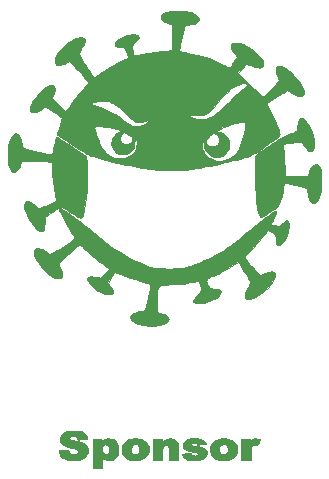
<source format=gbr>
%TF.GenerationSoftware,KiCad,Pcbnew,(5.1.10)-1*%
%TF.CreationDate,2021-09-01T23:07:39-05:00*%
%TF.ProjectId,Bsides-KC-2021-SAO-Sponsor,42736964-6573-42d4-9b43-2d323032312d,rev?*%
%TF.SameCoordinates,Original*%
%TF.FileFunction,Legend,Top*%
%TF.FilePolarity,Positive*%
%FSLAX46Y46*%
G04 Gerber Fmt 4.6, Leading zero omitted, Abs format (unit mm)*
G04 Created by KiCad (PCBNEW (5.1.10)-1) date 2021-09-01 23:07:39*
%MOMM*%
%LPD*%
G01*
G04 APERTURE LIST*
%ADD10C,0.010000*%
G04 APERTURE END LIST*
D10*
%TO.C,G\u002A\u002A\u002A*%
G36*
X108485197Y-63054115D02*
G01*
X108755644Y-63068380D01*
X109015770Y-63093364D01*
X109254953Y-63128294D01*
X109450000Y-63169209D01*
X109618428Y-63221996D01*
X109773695Y-63290946D01*
X109910941Y-63372284D01*
X110025305Y-63462240D01*
X110111925Y-63557039D01*
X110165943Y-63652909D01*
X110182667Y-63737879D01*
X110162060Y-63837396D01*
X110101207Y-63928822D01*
X110001556Y-64011382D01*
X109864559Y-64084299D01*
X109691665Y-64146797D01*
X109484324Y-64198099D01*
X109251334Y-64236475D01*
X109144609Y-64251851D01*
X109052340Y-64267770D01*
X108983036Y-64282570D01*
X108945207Y-64294590D01*
X108941726Y-64296906D01*
X108930656Y-64323284D01*
X108911799Y-64385979D01*
X108886360Y-64479942D01*
X108855542Y-64600124D01*
X108820549Y-64741475D01*
X108782586Y-64898945D01*
X108742858Y-65067485D01*
X108702567Y-65242045D01*
X108662918Y-65417575D01*
X108625116Y-65589026D01*
X108590364Y-65751347D01*
X108561412Y-65891801D01*
X108537327Y-66018071D01*
X108517258Y-66136110D01*
X108502514Y-66237145D01*
X108494400Y-66312404D01*
X108493512Y-66347517D01*
X108499917Y-66434112D01*
X108648084Y-66472172D01*
X108718436Y-66488834D01*
X108820122Y-66511048D01*
X108942848Y-66536657D01*
X109076324Y-66563504D01*
X109179917Y-66583656D01*
X109603195Y-66669591D01*
X109992278Y-66759596D01*
X110355284Y-66856350D01*
X110700327Y-66962534D01*
X111035526Y-67080827D01*
X111368995Y-67213910D01*
X111708851Y-67364462D01*
X112063212Y-67535164D01*
X112066500Y-67536804D01*
X112195544Y-67600450D01*
X112322043Y-67661507D01*
X112437351Y-67715898D01*
X112532820Y-67759550D01*
X112599802Y-67788386D01*
X112603211Y-67789749D01*
X112748338Y-67847314D01*
X112800989Y-67798116D01*
X112850293Y-67742221D01*
X112913952Y-67655066D01*
X112987651Y-67543384D01*
X113067074Y-67413909D01*
X113147906Y-67273373D01*
X113206703Y-67165060D01*
X113336274Y-66919869D01*
X113185854Y-66720560D01*
X113070183Y-66555506D01*
X112976120Y-66396983D01*
X112904653Y-66248515D01*
X112856768Y-66113625D01*
X112833452Y-65995835D01*
X112835692Y-65898669D01*
X112864474Y-65825650D01*
X112920786Y-65780301D01*
X112922297Y-65779660D01*
X113007970Y-65755530D01*
X113120463Y-65740001D01*
X113244968Y-65733972D01*
X113366678Y-65738344D01*
X113442334Y-65748082D01*
X113645957Y-65797668D01*
X113857243Y-65872412D01*
X114072294Y-65969146D01*
X114287213Y-66084701D01*
X114498101Y-66215910D01*
X114701060Y-66359604D01*
X114892191Y-66512614D01*
X115067598Y-66671774D01*
X115223382Y-66833914D01*
X115355645Y-66995866D01*
X115460488Y-67154462D01*
X115534015Y-67306535D01*
X115572326Y-67448915D01*
X115575913Y-67482188D01*
X115571080Y-67613026D01*
X115535582Y-67714694D01*
X115469473Y-67787132D01*
X115372807Y-67830278D01*
X115250400Y-67844088D01*
X115159742Y-67836244D01*
X115035563Y-67813559D01*
X114883433Y-67777435D01*
X114708924Y-67729274D01*
X114517607Y-67670479D01*
X114381702Y-67625462D01*
X114167487Y-67552482D01*
X113432261Y-68288610D01*
X113728339Y-68587036D01*
X113826383Y-68685225D01*
X113942147Y-68800104D01*
X114072097Y-68928247D01*
X114212696Y-69066231D01*
X114360410Y-69210632D01*
X114511705Y-69358026D01*
X114663045Y-69504988D01*
X114810895Y-69648094D01*
X114951721Y-69783921D01*
X115081987Y-69909044D01*
X115198159Y-70020040D01*
X115296702Y-70113483D01*
X115374081Y-70185951D01*
X115426760Y-70234019D01*
X115443862Y-70248764D01*
X115499132Y-70292119D01*
X115535253Y-70311688D01*
X115564937Y-70311558D01*
X115596800Y-70297901D01*
X115628792Y-70274092D01*
X115685787Y-70223799D01*
X115763616Y-70151214D01*
X115858109Y-70060528D01*
X115965094Y-69955933D01*
X116080401Y-69841620D01*
X116199860Y-69721780D01*
X116319300Y-69600606D01*
X116434551Y-69482288D01*
X116541442Y-69371017D01*
X116635803Y-69270986D01*
X116713464Y-69186386D01*
X116770253Y-69121407D01*
X116783503Y-69105235D01*
X116844106Y-69027916D01*
X116883469Y-68967981D01*
X116902083Y-68915481D01*
X116900434Y-68860465D01*
X116879012Y-68792984D01*
X116838306Y-68703085D01*
X116806473Y-68637612D01*
X116736988Y-68482272D01*
X116691680Y-68346331D01*
X116667162Y-68217061D01*
X116660036Y-68087584D01*
X116668673Y-67938783D01*
X116696245Y-67827078D01*
X116744792Y-67750752D01*
X116816352Y-67708083D01*
X116912964Y-67697355D01*
X117036669Y-67716847D01*
X117084450Y-67729814D01*
X117235499Y-67786487D01*
X117405075Y-67871409D01*
X117585311Y-67979730D01*
X117768343Y-68106598D01*
X117946305Y-68247163D01*
X118003970Y-68296956D01*
X118156769Y-68443344D01*
X118307030Y-68608484D01*
X118451522Y-68787116D01*
X118587017Y-68973983D01*
X118710286Y-69163825D01*
X118818100Y-69351382D01*
X118907229Y-69531396D01*
X118974444Y-69698609D01*
X119016516Y-69847760D01*
X119030254Y-69968355D01*
X119013653Y-70075650D01*
X118966395Y-70157817D01*
X118891978Y-70214742D01*
X118793896Y-70246311D01*
X118675645Y-70252412D01*
X118540722Y-70232930D01*
X118392623Y-70187753D01*
X118234842Y-70116767D01*
X118070877Y-70019858D01*
X118042094Y-70000422D01*
X117976716Y-69959782D01*
X117890424Y-69911841D01*
X117801009Y-69866447D01*
X117794089Y-69863143D01*
X117637593Y-69788823D01*
X117485098Y-69865618D01*
X117406443Y-69907290D01*
X117305003Y-69963989D01*
X117193868Y-70028265D01*
X117086126Y-70092671D01*
X117086093Y-70092691D01*
X117000153Y-70145890D01*
X116895377Y-70212038D01*
X116776524Y-70288007D01*
X116648354Y-70370670D01*
X116515628Y-70456899D01*
X116383105Y-70543566D01*
X116255546Y-70627544D01*
X116137709Y-70705705D01*
X116034355Y-70774921D01*
X115950243Y-70832064D01*
X115890134Y-70874007D01*
X115858788Y-70897622D01*
X115855334Y-70901418D01*
X115864969Y-70922423D01*
X115891968Y-70975184D01*
X115933468Y-71054267D01*
X115986606Y-71154237D01*
X116048520Y-71269660D01*
X116081588Y-71330941D01*
X116214035Y-71581808D01*
X116343315Y-71837958D01*
X116466942Y-72093814D01*
X116582431Y-72343801D01*
X116687296Y-72582344D01*
X116779052Y-72803867D01*
X116855213Y-73002795D01*
X116913294Y-73173552D01*
X116933429Y-73241731D01*
X116965773Y-73381013D01*
X116975988Y-73488251D01*
X116964079Y-73567487D01*
X116933827Y-73618870D01*
X116896353Y-73652847D01*
X116828453Y-73707970D01*
X116734394Y-73781127D01*
X116618445Y-73869208D01*
X116484876Y-73969102D01*
X116337953Y-74077697D01*
X116181945Y-74191883D01*
X116021121Y-74308550D01*
X115859750Y-74424585D01*
X115702098Y-74536879D01*
X115552436Y-74642319D01*
X115415030Y-74737796D01*
X115294150Y-74820198D01*
X115199722Y-74882750D01*
X115065562Y-74967656D01*
X114933553Y-75046211D01*
X114800643Y-75119432D01*
X114663779Y-75188331D01*
X114519908Y-75253923D01*
X114365978Y-75317223D01*
X114198935Y-75379246D01*
X114015727Y-75441005D01*
X113813301Y-75503516D01*
X113588604Y-75567792D01*
X113338584Y-75634849D01*
X113060188Y-75705700D01*
X112750363Y-75781360D01*
X112406057Y-75862844D01*
X112024215Y-75951165D01*
X111897167Y-75980224D01*
X111491304Y-76071695D01*
X111122203Y-76152368D01*
X110785897Y-76222992D01*
X110478418Y-76284315D01*
X110195802Y-76337084D01*
X109934079Y-76382047D01*
X109689284Y-76419953D01*
X109457450Y-76451549D01*
X109293667Y-76471111D01*
X109185170Y-76480543D01*
X109040171Y-76488972D01*
X108864489Y-76496329D01*
X108663945Y-76502543D01*
X108444358Y-76507543D01*
X108211548Y-76511261D01*
X107971337Y-76513624D01*
X107729544Y-76514565D01*
X107491989Y-76514011D01*
X107264492Y-76511894D01*
X107052874Y-76508143D01*
X106862955Y-76502688D01*
X106817167Y-76500954D01*
X106644450Y-76493007D01*
X106485169Y-76483154D01*
X106331502Y-76470483D01*
X106175625Y-76454081D01*
X106009718Y-76433035D01*
X105825957Y-76406434D01*
X105616521Y-76373365D01*
X105373587Y-76332916D01*
X105367250Y-76331842D01*
X105024100Y-76271578D01*
X104672449Y-76205888D01*
X104315698Y-76135613D01*
X103957246Y-76061595D01*
X103600495Y-75984672D01*
X103248844Y-75905687D01*
X102905694Y-75825479D01*
X102574445Y-75744889D01*
X102258498Y-75664758D01*
X101961252Y-75585926D01*
X101686109Y-75509234D01*
X101436469Y-75435523D01*
X101215731Y-75365632D01*
X101027297Y-75300402D01*
X100874567Y-75240674D01*
X100782568Y-75198527D01*
X100661548Y-75133889D01*
X100507955Y-75045613D01*
X100323554Y-74934817D01*
X100110114Y-74802619D01*
X99869400Y-74650137D01*
X99603178Y-74478490D01*
X99313217Y-74288795D01*
X99001282Y-74082170D01*
X98699750Y-73880329D01*
X98563760Y-73788780D01*
X98438954Y-73704576D01*
X98329705Y-73630681D01*
X98240385Y-73570061D01*
X98175368Y-73525680D01*
X98139027Y-73500503D01*
X98133052Y-73496109D01*
X98135045Y-73472902D01*
X98149899Y-73416030D01*
X98175742Y-73331516D01*
X98210704Y-73225381D01*
X98252914Y-73103649D01*
X98268432Y-73060202D01*
X98320594Y-72913688D01*
X98321166Y-72912052D01*
X101295084Y-72912052D01*
X101295810Y-72965198D01*
X101299675Y-73006579D01*
X101316706Y-73105037D01*
X101349262Y-73234535D01*
X101394786Y-73387838D01*
X101450722Y-73557707D01*
X101514512Y-73736908D01*
X101583600Y-73918202D01*
X101655428Y-74094353D01*
X101727441Y-74258124D01*
X101782826Y-74374084D01*
X101932103Y-74633450D01*
X102106566Y-74866338D01*
X102302978Y-75070011D01*
X102518105Y-75241732D01*
X102748711Y-75378764D01*
X102991562Y-75478370D01*
X103134167Y-75517336D01*
X103265507Y-75536398D01*
X103421188Y-75542853D01*
X103585743Y-75537346D01*
X103743707Y-75520524D01*
X103879615Y-75493031D01*
X103906750Y-75485070D01*
X104069640Y-75426011D01*
X104212919Y-75355627D01*
X104354880Y-75264356D01*
X104418112Y-75217796D01*
X104543754Y-75111715D01*
X104642518Y-75001203D01*
X104720861Y-74876327D01*
X104785240Y-74727156D01*
X104831579Y-74581714D01*
X104858842Y-74460758D01*
X104863005Y-74429243D01*
X110401091Y-74429243D01*
X110415012Y-74569778D01*
X110443425Y-74717121D01*
X110485181Y-74863527D01*
X110539130Y-75001253D01*
X110604122Y-75122555D01*
X110606283Y-75125941D01*
X110722988Y-75274121D01*
X110872798Y-75411599D01*
X111046700Y-75531968D01*
X111235685Y-75628822D01*
X111393249Y-75685524D01*
X111612693Y-75731623D01*
X111848926Y-75750319D01*
X112086153Y-75741240D01*
X112296602Y-75706890D01*
X112549853Y-75628061D01*
X112782647Y-75515163D01*
X112996155Y-75367147D01*
X113191548Y-75182962D01*
X113369998Y-74961559D01*
X113532675Y-74701887D01*
X113631717Y-74509559D01*
X113738604Y-74263584D01*
X113828739Y-74006164D01*
X113903872Y-73730513D01*
X113965753Y-73429845D01*
X114016134Y-73097377D01*
X114033805Y-72950890D01*
X114047755Y-72824778D01*
X114059851Y-72710824D01*
X114069324Y-72616667D01*
X114075402Y-72549949D01*
X114077334Y-72519474D01*
X114076116Y-72502454D01*
X114068362Y-72490586D01*
X114047921Y-72483250D01*
X114008639Y-72479826D01*
X113944367Y-72479692D01*
X113848951Y-72482228D01*
X113743959Y-72485836D01*
X113526675Y-72498210D01*
X113337694Y-72518682D01*
X113206757Y-72541458D01*
X112863553Y-72632123D01*
X112510668Y-72757364D01*
X112156857Y-72913649D01*
X111810874Y-73097446D01*
X111771260Y-73120614D01*
X111684599Y-73172255D01*
X111630230Y-73206799D01*
X111603839Y-73228420D01*
X111601115Y-73241288D01*
X111617746Y-73249575D01*
X111633677Y-73253715D01*
X111816115Y-73299611D01*
X111963525Y-73342344D01*
X112082758Y-73384939D01*
X112180665Y-73430423D01*
X112264095Y-73481823D01*
X112339899Y-73542163D01*
X112387328Y-73586627D01*
X112515486Y-73740843D01*
X112610380Y-73914311D01*
X112671939Y-74101097D01*
X112700091Y-74295270D01*
X112694763Y-74490898D01*
X112655885Y-74682047D01*
X112583385Y-74862786D01*
X112477190Y-75027182D01*
X112405719Y-75107163D01*
X112250616Y-75235867D01*
X112079206Y-75326935D01*
X111888672Y-75381481D01*
X111676199Y-75400619D01*
X111664334Y-75400667D01*
X111447018Y-75381783D01*
X111248484Y-75325417D01*
X111069774Y-75231996D01*
X110911932Y-75101947D01*
X110896392Y-75085953D01*
X110765312Y-74927007D01*
X110669515Y-74759681D01*
X110605319Y-74575535D01*
X110569043Y-74366127D01*
X110565378Y-74327299D01*
X110552693Y-74212111D01*
X110536739Y-74136860D01*
X110516263Y-74099196D01*
X110490008Y-74096771D01*
X110457786Y-74125924D01*
X110421328Y-74199572D01*
X110402813Y-74303260D01*
X110401091Y-74429243D01*
X104863005Y-74429243D01*
X104875840Y-74332079D01*
X104882500Y-74205238D01*
X104878743Y-74089793D01*
X104878350Y-74087184D01*
X110740161Y-74087184D01*
X110741409Y-74135668D01*
X110779057Y-74232288D01*
X110849751Y-74329780D01*
X110945744Y-74417712D01*
X110957174Y-74426109D01*
X111038685Y-74478963D01*
X111112879Y-74510597D01*
X111196656Y-74526247D01*
X111295828Y-74531014D01*
X111384008Y-74527161D01*
X111460428Y-74509151D01*
X111547230Y-74471606D01*
X111553774Y-74468354D01*
X111675044Y-74387405D01*
X111764183Y-74280613D01*
X111823379Y-74145084D01*
X111836486Y-74094588D01*
X111850388Y-73942260D01*
X111824105Y-73798309D01*
X111759641Y-73667617D01*
X111659001Y-73555068D01*
X111595261Y-73506804D01*
X111502153Y-73450725D01*
X111428771Y-73423136D01*
X111364578Y-73422930D01*
X111299037Y-73448995D01*
X111262167Y-73471733D01*
X111127558Y-73570971D01*
X111006548Y-73678485D01*
X110903221Y-73789068D01*
X110821658Y-73897516D01*
X110765944Y-73998623D01*
X110740161Y-74087184D01*
X104878350Y-74087184D01*
X104864494Y-73995302D01*
X104839677Y-73931325D01*
X104836796Y-73927220D01*
X104801294Y-73885473D01*
X104773382Y-73862278D01*
X104771651Y-73861578D01*
X104745029Y-73873059D01*
X104721308Y-73924642D01*
X104701072Y-74014160D01*
X104684906Y-74139445D01*
X104679307Y-74204346D01*
X104662453Y-74358583D01*
X104637814Y-74487348D01*
X104616259Y-74558758D01*
X104529887Y-74733789D01*
X104415033Y-74882123D01*
X104276818Y-75002497D01*
X104120364Y-75093646D01*
X103950793Y-75154307D01*
X103773227Y-75183216D01*
X103592787Y-75179109D01*
X103414595Y-75140721D01*
X103243773Y-75066789D01*
X103085443Y-74956050D01*
X103068147Y-74940788D01*
X102952293Y-74812677D01*
X102855808Y-74659612D01*
X102783884Y-74492939D01*
X102741716Y-74324007D01*
X102732691Y-74207812D01*
X102753639Y-74039644D01*
X102812802Y-73867501D01*
X102815051Y-73863453D01*
X103494465Y-73863453D01*
X103506487Y-74005211D01*
X103543137Y-74116360D01*
X103606746Y-74198769D01*
X103699647Y-74254305D01*
X103824170Y-74284837D01*
X103982649Y-74292233D01*
X104027827Y-74290686D01*
X104146393Y-74278624D01*
X104240427Y-74256041D01*
X104269994Y-74243837D01*
X104338946Y-74193098D01*
X104407157Y-74115919D01*
X104463863Y-74026989D01*
X104498295Y-73940996D01*
X104500976Y-73928717D01*
X104497409Y-73845152D01*
X104455731Y-73756377D01*
X104375193Y-73661577D01*
X104255044Y-73559940D01*
X104094537Y-73450651D01*
X104018385Y-73404326D01*
X103921052Y-73352481D01*
X103845355Y-73329301D01*
X103781206Y-73335418D01*
X103718521Y-73371464D01*
X103658097Y-73426875D01*
X103575266Y-73528481D01*
X103523417Y-73637985D01*
X103498368Y-73766553D01*
X103494465Y-73863453D01*
X102815051Y-73863453D01*
X102907274Y-73697466D01*
X103034149Y-73535626D01*
X103073372Y-73494339D01*
X103151434Y-73421772D01*
X103222709Y-73373015D01*
X103304337Y-73336957D01*
X103329570Y-73328224D01*
X103431694Y-73291314D01*
X103496054Y-73260170D01*
X103526369Y-73232129D01*
X103526361Y-73204524D01*
X103518582Y-73192865D01*
X103466881Y-73151833D01*
X103380020Y-73107045D01*
X103264745Y-73060748D01*
X103127801Y-73015190D01*
X102975934Y-72972619D01*
X102815889Y-72935283D01*
X102657563Y-72905931D01*
X102469417Y-72879059D01*
X102277623Y-72857441D01*
X102087995Y-72841259D01*
X101906345Y-72830695D01*
X101738487Y-72825930D01*
X101590235Y-72827147D01*
X101467403Y-72834528D01*
X101375803Y-72848255D01*
X101328146Y-72864335D01*
X101305066Y-72882414D01*
X101295084Y-72912052D01*
X98321166Y-72912052D01*
X98373923Y-72761218D01*
X98424469Y-72614269D01*
X98468282Y-72484324D01*
X98500919Y-72384417D01*
X98581660Y-72130417D01*
X98504318Y-72061133D01*
X98430847Y-72000788D01*
X98328806Y-71926056D01*
X98196479Y-71835798D01*
X98032148Y-71728873D01*
X97834095Y-71604141D01*
X97600604Y-71460461D01*
X97588923Y-71453341D01*
X97462439Y-71376462D01*
X97348220Y-71307398D01*
X97251118Y-71249055D01*
X97175990Y-71204340D01*
X97127690Y-71176160D01*
X97111139Y-71167334D01*
X97091333Y-71178323D01*
X97043162Y-71208373D01*
X96973510Y-71253102D01*
X96889262Y-71308131D01*
X96874665Y-71317746D01*
X96702516Y-71427133D01*
X96555741Y-71510440D01*
X96428346Y-71570017D01*
X96314339Y-71608213D01*
X96207726Y-71627381D01*
X96102516Y-71629869D01*
X96081974Y-71628635D01*
X95984498Y-71614215D01*
X95919746Y-71583000D01*
X95880914Y-71527857D01*
X95861195Y-71441654D01*
X95856864Y-71392747D01*
X95858486Y-71274289D01*
X95880261Y-71152875D01*
X95924646Y-71019723D01*
X95994098Y-70866052D01*
X96016758Y-70821277D01*
X96129666Y-70622586D01*
X96260746Y-70426821D01*
X96406316Y-70237219D01*
X96562697Y-70057013D01*
X96726207Y-69889439D01*
X96893163Y-69737731D01*
X97059886Y-69605123D01*
X97222693Y-69494851D01*
X97377904Y-69410148D01*
X97521837Y-69354251D01*
X97650811Y-69330393D01*
X97711827Y-69331843D01*
X97806728Y-69360745D01*
X97877058Y-69421174D01*
X97922433Y-69509910D01*
X97942469Y-69623736D01*
X97936782Y-69759435D01*
X97904988Y-69913789D01*
X97846703Y-70083579D01*
X97811284Y-70165129D01*
X97766533Y-70269317D01*
X97743819Y-70347833D01*
X97743346Y-70411272D01*
X97765320Y-70470230D01*
X97809944Y-70535305D01*
X97818651Y-70546308D01*
X97872919Y-70609470D01*
X97947784Y-70689974D01*
X98038801Y-70783625D01*
X98141527Y-70886226D01*
X98251516Y-70993580D01*
X98364326Y-71101491D01*
X98475511Y-71205762D01*
X98580627Y-71302198D01*
X98675232Y-71386601D01*
X98754879Y-71454775D01*
X98815126Y-71502524D01*
X98851528Y-71525652D01*
X98857406Y-71527167D01*
X98887928Y-71508824D01*
X98938141Y-71454501D01*
X99007233Y-71365253D01*
X99094393Y-71242137D01*
X99198809Y-71086210D01*
X99214559Y-71062127D01*
X99307354Y-70923253D01*
X101056521Y-70923253D01*
X101109122Y-70968498D01*
X101149585Y-70992388D01*
X101220659Y-71023816D01*
X101312254Y-71058667D01*
X101412403Y-71092237D01*
X101791934Y-71218958D01*
X102141909Y-71353130D01*
X102475058Y-71500148D01*
X102804107Y-71665408D01*
X102944396Y-71741693D01*
X103083174Y-71820290D01*
X103206255Y-71893942D01*
X103322125Y-71968452D01*
X103439268Y-72049619D01*
X103566171Y-72143245D01*
X103711318Y-72255129D01*
X103814976Y-72336832D01*
X104016148Y-72489326D01*
X104197167Y-72609961D01*
X104363697Y-72700429D01*
X104521399Y-72762421D01*
X104675938Y-72797629D01*
X104832975Y-72807745D01*
X104998174Y-72794461D01*
X105177198Y-72759469D01*
X105205921Y-72752369D01*
X105307275Y-72721746D01*
X105420612Y-72680052D01*
X105517570Y-72638062D01*
X105598520Y-72593603D01*
X105679101Y-72539791D01*
X105755310Y-72480829D01*
X105823146Y-72420919D01*
X105878608Y-72364264D01*
X105917694Y-72315065D01*
X105936402Y-72277526D01*
X105930731Y-72255848D01*
X105896680Y-72254234D01*
X105878761Y-72258753D01*
X105838219Y-72273612D01*
X105771907Y-72300757D01*
X105692582Y-72334927D01*
X105673677Y-72343299D01*
X105510058Y-72409070D01*
X105361215Y-72451437D01*
X105209533Y-72474249D01*
X105042407Y-72481340D01*
X104942388Y-72481118D01*
X104872749Y-72477709D01*
X104821545Y-72468649D01*
X104776827Y-72451471D01*
X104726649Y-72423710D01*
X104707532Y-72412215D01*
X104636839Y-72365313D01*
X104552839Y-72301657D01*
X104452944Y-72218966D01*
X104334567Y-72114959D01*
X104195117Y-71987357D01*
X104144665Y-71939883D01*
X109315025Y-71939883D01*
X109318165Y-71956391D01*
X109345544Y-71976287D01*
X109394578Y-72000216D01*
X109415375Y-72009236D01*
X109485637Y-72036723D01*
X109577953Y-72069643D01*
X109673785Y-72101416D01*
X109685250Y-72105030D01*
X109767775Y-72129894D01*
X109845127Y-72150522D01*
X109929113Y-72169601D01*
X110031536Y-72189816D01*
X110161500Y-72213375D01*
X110246910Y-72220217D01*
X110360484Y-72217830D01*
X110489363Y-72207450D01*
X110620693Y-72190315D01*
X110741616Y-72167660D01*
X110805543Y-72151437D01*
X110913627Y-72116527D01*
X111029481Y-72073483D01*
X111130228Y-72030874D01*
X111141504Y-72025584D01*
X111226362Y-71979572D01*
X111326393Y-71914826D01*
X111443126Y-71830042D01*
X111578086Y-71723918D01*
X111732801Y-71595148D01*
X111908799Y-71442429D01*
X112107605Y-71264456D01*
X112330748Y-71059925D01*
X112579754Y-70827532D01*
X112856150Y-70565973D01*
X112903905Y-70520484D01*
X113149959Y-70286822D01*
X113367153Y-70082546D01*
X113556347Y-69906897D01*
X113718402Y-69759113D01*
X113854176Y-69638436D01*
X113964531Y-69544104D01*
X114050325Y-69475358D01*
X114112420Y-69431436D01*
X114151675Y-69411580D01*
X114159971Y-69410176D01*
X114215482Y-69397643D01*
X114239409Y-69366270D01*
X114233493Y-69323329D01*
X114199471Y-69276090D01*
X114139083Y-69231824D01*
X114114353Y-69219420D01*
X114027403Y-69189957D01*
X113933308Y-69180334D01*
X113821934Y-69190567D01*
X113685783Y-69219992D01*
X113441363Y-69299542D01*
X113189907Y-69413794D01*
X113002542Y-69519682D01*
X112879980Y-69605871D01*
X112735950Y-69726690D01*
X112571598Y-69880983D01*
X112388068Y-70067590D01*
X112186506Y-70285355D01*
X111968055Y-70533120D01*
X111770767Y-70765464D01*
X111597907Y-70970782D01*
X111447763Y-71145482D01*
X111317192Y-71292464D01*
X111203051Y-71414629D01*
X111102199Y-71514876D01*
X111011493Y-71596107D01*
X110927790Y-71661221D01*
X110847948Y-71713118D01*
X110768824Y-71754700D01*
X110687277Y-71788866D01*
X110645933Y-71803626D01*
X110597839Y-71818308D01*
X110544628Y-71830407D01*
X110480323Y-71840544D01*
X110398945Y-71849338D01*
X110294515Y-71857412D01*
X110161055Y-71865384D01*
X109992587Y-71873877D01*
X109949834Y-71875896D01*
X109753303Y-71885608D01*
X109596507Y-71894842D01*
X109476865Y-71904243D01*
X109391792Y-71914453D01*
X109338707Y-71926118D01*
X109315025Y-71939883D01*
X104144665Y-71939883D01*
X104032008Y-71833878D01*
X103842650Y-71652241D01*
X103818525Y-71628913D01*
X103639146Y-71457739D01*
X103482624Y-71314155D01*
X103343724Y-71194082D01*
X103217209Y-71093443D01*
X103097845Y-71008157D01*
X102980396Y-70934147D01*
X102859627Y-70867333D01*
X102806084Y-70840153D01*
X102657369Y-70769979D01*
X102529196Y-70719397D01*
X102407559Y-70684819D01*
X102278452Y-70662658D01*
X102127869Y-70649329D01*
X102044084Y-70645025D01*
X101848528Y-70644436D01*
X101662096Y-70658918D01*
X101490770Y-70687053D01*
X101340530Y-70727426D01*
X101217359Y-70778619D01*
X101127239Y-70839215D01*
X101099371Y-70868779D01*
X101056521Y-70923253D01*
X99307354Y-70923253D01*
X99358461Y-70846768D01*
X99502198Y-70643132D01*
X99650942Y-70444754D01*
X99809865Y-70245168D01*
X99984138Y-70037908D01*
X100178933Y-69816511D01*
X100399421Y-69574509D01*
X100436709Y-69534221D01*
X100533694Y-69428707D01*
X100620272Y-69332746D01*
X100692481Y-69250874D01*
X100746359Y-69187630D01*
X100777943Y-69147550D01*
X100784667Y-69135761D01*
X100771491Y-69107741D01*
X100734564Y-69052635D01*
X100677787Y-68975406D01*
X100605063Y-68881021D01*
X100520293Y-68774446D01*
X100427379Y-68660648D01*
X100330223Y-68544591D01*
X100232726Y-68431241D01*
X100217129Y-68413430D01*
X100155764Y-68344867D01*
X100076416Y-68258215D01*
X99983120Y-68157703D01*
X99879912Y-68047555D01*
X99770829Y-67931997D01*
X99659905Y-67815256D01*
X99551178Y-67701558D01*
X99448684Y-67595128D01*
X99356457Y-67500192D01*
X99278535Y-67420977D01*
X99218954Y-67361708D01*
X99181748Y-67326612D01*
X99171783Y-67318886D01*
X99148210Y-67324577D01*
X99093044Y-67344695D01*
X99013370Y-67376461D01*
X98916274Y-67417094D01*
X98862373Y-67440316D01*
X98687607Y-67513552D01*
X98543241Y-67567361D01*
X98423008Y-67603474D01*
X98320640Y-67623618D01*
X98229870Y-67629524D01*
X98184074Y-67627452D01*
X98108596Y-67616968D01*
X98057729Y-67595994D01*
X98013853Y-67556945D01*
X98009776Y-67552432D01*
X97954066Y-67459409D01*
X97931427Y-67345408D01*
X97940037Y-67213425D01*
X97978076Y-67066453D01*
X98043722Y-66907488D01*
X98135155Y-66739523D01*
X98250551Y-66565553D01*
X98388092Y-66388573D01*
X98545954Y-66211578D01*
X98722318Y-66037561D01*
X98915362Y-65869517D01*
X99123264Y-65710441D01*
X99135244Y-65701905D01*
X99344238Y-65563984D01*
X99543498Y-65452908D01*
X99730630Y-65369005D01*
X99903244Y-65312604D01*
X100058948Y-65284036D01*
X100195350Y-65283629D01*
X100310060Y-65311713D01*
X100400685Y-65368618D01*
X100464833Y-65454672D01*
X100488241Y-65515512D01*
X100498674Y-65591541D01*
X100488206Y-65679916D01*
X100455353Y-65784350D01*
X100398632Y-65908556D01*
X100316560Y-66056247D01*
X100207654Y-66231136D01*
X100193958Y-66252215D01*
X100134935Y-66345488D01*
X100083519Y-66431860D01*
X100044906Y-66502245D01*
X100024295Y-66547556D01*
X100023428Y-66550345D01*
X100015198Y-66609760D01*
X100024210Y-66679720D01*
X100052419Y-66767257D01*
X100101781Y-66879399D01*
X100132113Y-66941152D01*
X100191075Y-67052322D01*
X100269511Y-67191077D01*
X100363225Y-67350715D01*
X100468021Y-67524531D01*
X100579704Y-67705823D01*
X100694079Y-67887886D01*
X100806951Y-68064017D01*
X100914123Y-68227512D01*
X101011400Y-68371668D01*
X101094587Y-68489782D01*
X101136691Y-68546273D01*
X101231535Y-68669529D01*
X101299143Y-68635224D01*
X101336056Y-68613688D01*
X101402010Y-68572365D01*
X101490962Y-68515156D01*
X101596868Y-68445966D01*
X101713686Y-68368697D01*
X101771119Y-68330380D01*
X102086581Y-68123025D01*
X102380385Y-67938250D01*
X102662452Y-67770444D01*
X102942705Y-67613998D01*
X103231067Y-67463299D01*
X103537461Y-67312739D01*
X103737417Y-67218586D01*
X103863871Y-67159811D01*
X103976824Y-67107186D01*
X104070839Y-67063254D01*
X104140480Y-67030557D01*
X104180312Y-67011638D01*
X104187617Y-67007978D01*
X104181392Y-66988187D01*
X104160750Y-66935282D01*
X104128047Y-66855018D01*
X104085636Y-66753150D01*
X104035874Y-66635433D01*
X104018789Y-66595372D01*
X103957049Y-66450928D01*
X103907421Y-66340201D01*
X103864428Y-66258398D01*
X103822593Y-66200731D01*
X103776441Y-66162406D01*
X103720494Y-66138635D01*
X103649277Y-66124626D01*
X103557313Y-66115587D01*
X103462250Y-66108500D01*
X103314075Y-66093482D01*
X103202335Y-66072643D01*
X103121326Y-66044226D01*
X103065345Y-66006476D01*
X103041683Y-65979026D01*
X103010996Y-65901660D01*
X103018179Y-65815743D01*
X103060219Y-65723716D01*
X103134105Y-65628017D01*
X103236823Y-65531084D01*
X103365362Y-65435356D01*
X103516708Y-65343272D01*
X103687849Y-65257270D01*
X103875774Y-65179789D01*
X104077469Y-65113268D01*
X104129000Y-65098822D01*
X104241977Y-65071426D01*
X104346846Y-65054249D01*
X104461015Y-65045119D01*
X104584084Y-65042003D01*
X104730820Y-65044399D01*
X104841811Y-65056100D01*
X104923007Y-65079114D01*
X104980362Y-65115449D01*
X105019830Y-65167116D01*
X105032230Y-65193213D01*
X105049665Y-65264311D01*
X105040569Y-65336872D01*
X105002620Y-65414678D01*
X104933499Y-65501509D01*
X104830885Y-65601147D01*
X104728439Y-65688281D01*
X104635028Y-65768991D01*
X104572064Y-65836864D01*
X104533999Y-65901350D01*
X104515288Y-65971901D01*
X104510384Y-66057965D01*
X104510388Y-66059824D01*
X104514666Y-66150128D01*
X104525802Y-66267751D01*
X104541930Y-66398589D01*
X104561183Y-66528536D01*
X104581695Y-66643488D01*
X104596388Y-66709819D01*
X104613042Y-66768511D01*
X104632386Y-66796906D01*
X104667008Y-66805864D01*
X104708305Y-66806379D01*
X104763225Y-66802156D01*
X104848024Y-66791118D01*
X104951106Y-66774944D01*
X105060334Y-66755417D01*
X105281197Y-66713525D01*
X105466259Y-66678776D01*
X105621261Y-66650181D01*
X105751946Y-66626753D01*
X105864057Y-66607504D01*
X105963337Y-66591448D01*
X106055529Y-66577595D01*
X106146376Y-66564958D01*
X106235084Y-66553382D01*
X106370125Y-66537179D01*
X106531067Y-66519432D01*
X106701601Y-66501853D01*
X106865417Y-66486149D01*
X106938404Y-66479648D01*
X107172910Y-66457167D01*
X107373860Y-66433176D01*
X107539094Y-66408007D01*
X107666454Y-66381991D01*
X107753778Y-66355461D01*
X107757967Y-66353747D01*
X107811705Y-66320284D01*
X107837194Y-66269129D01*
X107840446Y-66253595D01*
X107844640Y-66211879D01*
X107849403Y-66133540D01*
X107854574Y-66024283D01*
X107859990Y-65889812D01*
X107865492Y-65735832D01*
X107870917Y-65568047D01*
X107876105Y-65392162D01*
X107880894Y-65213881D01*
X107885124Y-65038909D01*
X107888633Y-64872950D01*
X107891260Y-64721708D01*
X107892843Y-64590888D01*
X107893222Y-64486195D01*
X107892341Y-64416844D01*
X107886084Y-64196271D01*
X107642667Y-64118929D01*
X107535068Y-64082947D01*
X107431027Y-64045027D01*
X107343653Y-64010118D01*
X107293417Y-63987097D01*
X107145205Y-63897274D01*
X107029704Y-63798444D01*
X106949625Y-63693775D01*
X106907677Y-63586435D01*
X106901834Y-63529674D01*
X106904849Y-63474670D01*
X106918685Y-63432433D01*
X106950529Y-63389349D01*
X107004973Y-63334304D01*
X107099243Y-63259007D01*
X107213806Y-63197223D01*
X107352957Y-63147716D01*
X107520992Y-63109249D01*
X107722209Y-63080588D01*
X107955824Y-63060817D01*
X108215050Y-63051337D01*
X108485197Y-63054115D01*
G37*
X108485197Y-63054115D02*
X108755644Y-63068380D01*
X109015770Y-63093364D01*
X109254953Y-63128294D01*
X109450000Y-63169209D01*
X109618428Y-63221996D01*
X109773695Y-63290946D01*
X109910941Y-63372284D01*
X110025305Y-63462240D01*
X110111925Y-63557039D01*
X110165943Y-63652909D01*
X110182667Y-63737879D01*
X110162060Y-63837396D01*
X110101207Y-63928822D01*
X110001556Y-64011382D01*
X109864559Y-64084299D01*
X109691665Y-64146797D01*
X109484324Y-64198099D01*
X109251334Y-64236475D01*
X109144609Y-64251851D01*
X109052340Y-64267770D01*
X108983036Y-64282570D01*
X108945207Y-64294590D01*
X108941726Y-64296906D01*
X108930656Y-64323284D01*
X108911799Y-64385979D01*
X108886360Y-64479942D01*
X108855542Y-64600124D01*
X108820549Y-64741475D01*
X108782586Y-64898945D01*
X108742858Y-65067485D01*
X108702567Y-65242045D01*
X108662918Y-65417575D01*
X108625116Y-65589026D01*
X108590364Y-65751347D01*
X108561412Y-65891801D01*
X108537327Y-66018071D01*
X108517258Y-66136110D01*
X108502514Y-66237145D01*
X108494400Y-66312404D01*
X108493512Y-66347517D01*
X108499917Y-66434112D01*
X108648084Y-66472172D01*
X108718436Y-66488834D01*
X108820122Y-66511048D01*
X108942848Y-66536657D01*
X109076324Y-66563504D01*
X109179917Y-66583656D01*
X109603195Y-66669591D01*
X109992278Y-66759596D01*
X110355284Y-66856350D01*
X110700327Y-66962534D01*
X111035526Y-67080827D01*
X111368995Y-67213910D01*
X111708851Y-67364462D01*
X112063212Y-67535164D01*
X112066500Y-67536804D01*
X112195544Y-67600450D01*
X112322043Y-67661507D01*
X112437351Y-67715898D01*
X112532820Y-67759550D01*
X112599802Y-67788386D01*
X112603211Y-67789749D01*
X112748338Y-67847314D01*
X112800989Y-67798116D01*
X112850293Y-67742221D01*
X112913952Y-67655066D01*
X112987651Y-67543384D01*
X113067074Y-67413909D01*
X113147906Y-67273373D01*
X113206703Y-67165060D01*
X113336274Y-66919869D01*
X113185854Y-66720560D01*
X113070183Y-66555506D01*
X112976120Y-66396983D01*
X112904653Y-66248515D01*
X112856768Y-66113625D01*
X112833452Y-65995835D01*
X112835692Y-65898669D01*
X112864474Y-65825650D01*
X112920786Y-65780301D01*
X112922297Y-65779660D01*
X113007970Y-65755530D01*
X113120463Y-65740001D01*
X113244968Y-65733972D01*
X113366678Y-65738344D01*
X113442334Y-65748082D01*
X113645957Y-65797668D01*
X113857243Y-65872412D01*
X114072294Y-65969146D01*
X114287213Y-66084701D01*
X114498101Y-66215910D01*
X114701060Y-66359604D01*
X114892191Y-66512614D01*
X115067598Y-66671774D01*
X115223382Y-66833914D01*
X115355645Y-66995866D01*
X115460488Y-67154462D01*
X115534015Y-67306535D01*
X115572326Y-67448915D01*
X115575913Y-67482188D01*
X115571080Y-67613026D01*
X115535582Y-67714694D01*
X115469473Y-67787132D01*
X115372807Y-67830278D01*
X115250400Y-67844088D01*
X115159742Y-67836244D01*
X115035563Y-67813559D01*
X114883433Y-67777435D01*
X114708924Y-67729274D01*
X114517607Y-67670479D01*
X114381702Y-67625462D01*
X114167487Y-67552482D01*
X113432261Y-68288610D01*
X113728339Y-68587036D01*
X113826383Y-68685225D01*
X113942147Y-68800104D01*
X114072097Y-68928247D01*
X114212696Y-69066231D01*
X114360410Y-69210632D01*
X114511705Y-69358026D01*
X114663045Y-69504988D01*
X114810895Y-69648094D01*
X114951721Y-69783921D01*
X115081987Y-69909044D01*
X115198159Y-70020040D01*
X115296702Y-70113483D01*
X115374081Y-70185951D01*
X115426760Y-70234019D01*
X115443862Y-70248764D01*
X115499132Y-70292119D01*
X115535253Y-70311688D01*
X115564937Y-70311558D01*
X115596800Y-70297901D01*
X115628792Y-70274092D01*
X115685787Y-70223799D01*
X115763616Y-70151214D01*
X115858109Y-70060528D01*
X115965094Y-69955933D01*
X116080401Y-69841620D01*
X116199860Y-69721780D01*
X116319300Y-69600606D01*
X116434551Y-69482288D01*
X116541442Y-69371017D01*
X116635803Y-69270986D01*
X116713464Y-69186386D01*
X116770253Y-69121407D01*
X116783503Y-69105235D01*
X116844106Y-69027916D01*
X116883469Y-68967981D01*
X116902083Y-68915481D01*
X116900434Y-68860465D01*
X116879012Y-68792984D01*
X116838306Y-68703085D01*
X116806473Y-68637612D01*
X116736988Y-68482272D01*
X116691680Y-68346331D01*
X116667162Y-68217061D01*
X116660036Y-68087584D01*
X116668673Y-67938783D01*
X116696245Y-67827078D01*
X116744792Y-67750752D01*
X116816352Y-67708083D01*
X116912964Y-67697355D01*
X117036669Y-67716847D01*
X117084450Y-67729814D01*
X117235499Y-67786487D01*
X117405075Y-67871409D01*
X117585311Y-67979730D01*
X117768343Y-68106598D01*
X117946305Y-68247163D01*
X118003970Y-68296956D01*
X118156769Y-68443344D01*
X118307030Y-68608484D01*
X118451522Y-68787116D01*
X118587017Y-68973983D01*
X118710286Y-69163825D01*
X118818100Y-69351382D01*
X118907229Y-69531396D01*
X118974444Y-69698609D01*
X119016516Y-69847760D01*
X119030254Y-69968355D01*
X119013653Y-70075650D01*
X118966395Y-70157817D01*
X118891978Y-70214742D01*
X118793896Y-70246311D01*
X118675645Y-70252412D01*
X118540722Y-70232930D01*
X118392623Y-70187753D01*
X118234842Y-70116767D01*
X118070877Y-70019858D01*
X118042094Y-70000422D01*
X117976716Y-69959782D01*
X117890424Y-69911841D01*
X117801009Y-69866447D01*
X117794089Y-69863143D01*
X117637593Y-69788823D01*
X117485098Y-69865618D01*
X117406443Y-69907290D01*
X117305003Y-69963989D01*
X117193868Y-70028265D01*
X117086126Y-70092671D01*
X117086093Y-70092691D01*
X117000153Y-70145890D01*
X116895377Y-70212038D01*
X116776524Y-70288007D01*
X116648354Y-70370670D01*
X116515628Y-70456899D01*
X116383105Y-70543566D01*
X116255546Y-70627544D01*
X116137709Y-70705705D01*
X116034355Y-70774921D01*
X115950243Y-70832064D01*
X115890134Y-70874007D01*
X115858788Y-70897622D01*
X115855334Y-70901418D01*
X115864969Y-70922423D01*
X115891968Y-70975184D01*
X115933468Y-71054267D01*
X115986606Y-71154237D01*
X116048520Y-71269660D01*
X116081588Y-71330941D01*
X116214035Y-71581808D01*
X116343315Y-71837958D01*
X116466942Y-72093814D01*
X116582431Y-72343801D01*
X116687296Y-72582344D01*
X116779052Y-72803867D01*
X116855213Y-73002795D01*
X116913294Y-73173552D01*
X116933429Y-73241731D01*
X116965773Y-73381013D01*
X116975988Y-73488251D01*
X116964079Y-73567487D01*
X116933827Y-73618870D01*
X116896353Y-73652847D01*
X116828453Y-73707970D01*
X116734394Y-73781127D01*
X116618445Y-73869208D01*
X116484876Y-73969102D01*
X116337953Y-74077697D01*
X116181945Y-74191883D01*
X116021121Y-74308550D01*
X115859750Y-74424585D01*
X115702098Y-74536879D01*
X115552436Y-74642319D01*
X115415030Y-74737796D01*
X115294150Y-74820198D01*
X115199722Y-74882750D01*
X115065562Y-74967656D01*
X114933553Y-75046211D01*
X114800643Y-75119432D01*
X114663779Y-75188331D01*
X114519908Y-75253923D01*
X114365978Y-75317223D01*
X114198935Y-75379246D01*
X114015727Y-75441005D01*
X113813301Y-75503516D01*
X113588604Y-75567792D01*
X113338584Y-75634849D01*
X113060188Y-75705700D01*
X112750363Y-75781360D01*
X112406057Y-75862844D01*
X112024215Y-75951165D01*
X111897167Y-75980224D01*
X111491304Y-76071695D01*
X111122203Y-76152368D01*
X110785897Y-76222992D01*
X110478418Y-76284315D01*
X110195802Y-76337084D01*
X109934079Y-76382047D01*
X109689284Y-76419953D01*
X109457450Y-76451549D01*
X109293667Y-76471111D01*
X109185170Y-76480543D01*
X109040171Y-76488972D01*
X108864489Y-76496329D01*
X108663945Y-76502543D01*
X108444358Y-76507543D01*
X108211548Y-76511261D01*
X107971337Y-76513624D01*
X107729544Y-76514565D01*
X107491989Y-76514011D01*
X107264492Y-76511894D01*
X107052874Y-76508143D01*
X106862955Y-76502688D01*
X106817167Y-76500954D01*
X106644450Y-76493007D01*
X106485169Y-76483154D01*
X106331502Y-76470483D01*
X106175625Y-76454081D01*
X106009718Y-76433035D01*
X105825957Y-76406434D01*
X105616521Y-76373365D01*
X105373587Y-76332916D01*
X105367250Y-76331842D01*
X105024100Y-76271578D01*
X104672449Y-76205888D01*
X104315698Y-76135613D01*
X103957246Y-76061595D01*
X103600495Y-75984672D01*
X103248844Y-75905687D01*
X102905694Y-75825479D01*
X102574445Y-75744889D01*
X102258498Y-75664758D01*
X101961252Y-75585926D01*
X101686109Y-75509234D01*
X101436469Y-75435523D01*
X101215731Y-75365632D01*
X101027297Y-75300402D01*
X100874567Y-75240674D01*
X100782568Y-75198527D01*
X100661548Y-75133889D01*
X100507955Y-75045613D01*
X100323554Y-74934817D01*
X100110114Y-74802619D01*
X99869400Y-74650137D01*
X99603178Y-74478490D01*
X99313217Y-74288795D01*
X99001282Y-74082170D01*
X98699750Y-73880329D01*
X98563760Y-73788780D01*
X98438954Y-73704576D01*
X98329705Y-73630681D01*
X98240385Y-73570061D01*
X98175368Y-73525680D01*
X98139027Y-73500503D01*
X98133052Y-73496109D01*
X98135045Y-73472902D01*
X98149899Y-73416030D01*
X98175742Y-73331516D01*
X98210704Y-73225381D01*
X98252914Y-73103649D01*
X98268432Y-73060202D01*
X98320594Y-72913688D01*
X98321166Y-72912052D01*
X101295084Y-72912052D01*
X101295810Y-72965198D01*
X101299675Y-73006579D01*
X101316706Y-73105037D01*
X101349262Y-73234535D01*
X101394786Y-73387838D01*
X101450722Y-73557707D01*
X101514512Y-73736908D01*
X101583600Y-73918202D01*
X101655428Y-74094353D01*
X101727441Y-74258124D01*
X101782826Y-74374084D01*
X101932103Y-74633450D01*
X102106566Y-74866338D01*
X102302978Y-75070011D01*
X102518105Y-75241732D01*
X102748711Y-75378764D01*
X102991562Y-75478370D01*
X103134167Y-75517336D01*
X103265507Y-75536398D01*
X103421188Y-75542853D01*
X103585743Y-75537346D01*
X103743707Y-75520524D01*
X103879615Y-75493031D01*
X103906750Y-75485070D01*
X104069640Y-75426011D01*
X104212919Y-75355627D01*
X104354880Y-75264356D01*
X104418112Y-75217796D01*
X104543754Y-75111715D01*
X104642518Y-75001203D01*
X104720861Y-74876327D01*
X104785240Y-74727156D01*
X104831579Y-74581714D01*
X104858842Y-74460758D01*
X104863005Y-74429243D01*
X110401091Y-74429243D01*
X110415012Y-74569778D01*
X110443425Y-74717121D01*
X110485181Y-74863527D01*
X110539130Y-75001253D01*
X110604122Y-75122555D01*
X110606283Y-75125941D01*
X110722988Y-75274121D01*
X110872798Y-75411599D01*
X111046700Y-75531968D01*
X111235685Y-75628822D01*
X111393249Y-75685524D01*
X111612693Y-75731623D01*
X111848926Y-75750319D01*
X112086153Y-75741240D01*
X112296602Y-75706890D01*
X112549853Y-75628061D01*
X112782647Y-75515163D01*
X112996155Y-75367147D01*
X113191548Y-75182962D01*
X113369998Y-74961559D01*
X113532675Y-74701887D01*
X113631717Y-74509559D01*
X113738604Y-74263584D01*
X113828739Y-74006164D01*
X113903872Y-73730513D01*
X113965753Y-73429845D01*
X114016134Y-73097377D01*
X114033805Y-72950890D01*
X114047755Y-72824778D01*
X114059851Y-72710824D01*
X114069324Y-72616667D01*
X114075402Y-72549949D01*
X114077334Y-72519474D01*
X114076116Y-72502454D01*
X114068362Y-72490586D01*
X114047921Y-72483250D01*
X114008639Y-72479826D01*
X113944367Y-72479692D01*
X113848951Y-72482228D01*
X113743959Y-72485836D01*
X113526675Y-72498210D01*
X113337694Y-72518682D01*
X113206757Y-72541458D01*
X112863553Y-72632123D01*
X112510668Y-72757364D01*
X112156857Y-72913649D01*
X111810874Y-73097446D01*
X111771260Y-73120614D01*
X111684599Y-73172255D01*
X111630230Y-73206799D01*
X111603839Y-73228420D01*
X111601115Y-73241288D01*
X111617746Y-73249575D01*
X111633677Y-73253715D01*
X111816115Y-73299611D01*
X111963525Y-73342344D01*
X112082758Y-73384939D01*
X112180665Y-73430423D01*
X112264095Y-73481823D01*
X112339899Y-73542163D01*
X112387328Y-73586627D01*
X112515486Y-73740843D01*
X112610380Y-73914311D01*
X112671939Y-74101097D01*
X112700091Y-74295270D01*
X112694763Y-74490898D01*
X112655885Y-74682047D01*
X112583385Y-74862786D01*
X112477190Y-75027182D01*
X112405719Y-75107163D01*
X112250616Y-75235867D01*
X112079206Y-75326935D01*
X111888672Y-75381481D01*
X111676199Y-75400619D01*
X111664334Y-75400667D01*
X111447018Y-75381783D01*
X111248484Y-75325417D01*
X111069774Y-75231996D01*
X110911932Y-75101947D01*
X110896392Y-75085953D01*
X110765312Y-74927007D01*
X110669515Y-74759681D01*
X110605319Y-74575535D01*
X110569043Y-74366127D01*
X110565378Y-74327299D01*
X110552693Y-74212111D01*
X110536739Y-74136860D01*
X110516263Y-74099196D01*
X110490008Y-74096771D01*
X110457786Y-74125924D01*
X110421328Y-74199572D01*
X110402813Y-74303260D01*
X110401091Y-74429243D01*
X104863005Y-74429243D01*
X104875840Y-74332079D01*
X104882500Y-74205238D01*
X104878743Y-74089793D01*
X104878350Y-74087184D01*
X110740161Y-74087184D01*
X110741409Y-74135668D01*
X110779057Y-74232288D01*
X110849751Y-74329780D01*
X110945744Y-74417712D01*
X110957174Y-74426109D01*
X111038685Y-74478963D01*
X111112879Y-74510597D01*
X111196656Y-74526247D01*
X111295828Y-74531014D01*
X111384008Y-74527161D01*
X111460428Y-74509151D01*
X111547230Y-74471606D01*
X111553774Y-74468354D01*
X111675044Y-74387405D01*
X111764183Y-74280613D01*
X111823379Y-74145084D01*
X111836486Y-74094588D01*
X111850388Y-73942260D01*
X111824105Y-73798309D01*
X111759641Y-73667617D01*
X111659001Y-73555068D01*
X111595261Y-73506804D01*
X111502153Y-73450725D01*
X111428771Y-73423136D01*
X111364578Y-73422930D01*
X111299037Y-73448995D01*
X111262167Y-73471733D01*
X111127558Y-73570971D01*
X111006548Y-73678485D01*
X110903221Y-73789068D01*
X110821658Y-73897516D01*
X110765944Y-73998623D01*
X110740161Y-74087184D01*
X104878350Y-74087184D01*
X104864494Y-73995302D01*
X104839677Y-73931325D01*
X104836796Y-73927220D01*
X104801294Y-73885473D01*
X104773382Y-73862278D01*
X104771651Y-73861578D01*
X104745029Y-73873059D01*
X104721308Y-73924642D01*
X104701072Y-74014160D01*
X104684906Y-74139445D01*
X104679307Y-74204346D01*
X104662453Y-74358583D01*
X104637814Y-74487348D01*
X104616259Y-74558758D01*
X104529887Y-74733789D01*
X104415033Y-74882123D01*
X104276818Y-75002497D01*
X104120364Y-75093646D01*
X103950793Y-75154307D01*
X103773227Y-75183216D01*
X103592787Y-75179109D01*
X103414595Y-75140721D01*
X103243773Y-75066789D01*
X103085443Y-74956050D01*
X103068147Y-74940788D01*
X102952293Y-74812677D01*
X102855808Y-74659612D01*
X102783884Y-74492939D01*
X102741716Y-74324007D01*
X102732691Y-74207812D01*
X102753639Y-74039644D01*
X102812802Y-73867501D01*
X102815051Y-73863453D01*
X103494465Y-73863453D01*
X103506487Y-74005211D01*
X103543137Y-74116360D01*
X103606746Y-74198769D01*
X103699647Y-74254305D01*
X103824170Y-74284837D01*
X103982649Y-74292233D01*
X104027827Y-74290686D01*
X104146393Y-74278624D01*
X104240427Y-74256041D01*
X104269994Y-74243837D01*
X104338946Y-74193098D01*
X104407157Y-74115919D01*
X104463863Y-74026989D01*
X104498295Y-73940996D01*
X104500976Y-73928717D01*
X104497409Y-73845152D01*
X104455731Y-73756377D01*
X104375193Y-73661577D01*
X104255044Y-73559940D01*
X104094537Y-73450651D01*
X104018385Y-73404326D01*
X103921052Y-73352481D01*
X103845355Y-73329301D01*
X103781206Y-73335418D01*
X103718521Y-73371464D01*
X103658097Y-73426875D01*
X103575266Y-73528481D01*
X103523417Y-73637985D01*
X103498368Y-73766553D01*
X103494465Y-73863453D01*
X102815051Y-73863453D01*
X102907274Y-73697466D01*
X103034149Y-73535626D01*
X103073372Y-73494339D01*
X103151434Y-73421772D01*
X103222709Y-73373015D01*
X103304337Y-73336957D01*
X103329570Y-73328224D01*
X103431694Y-73291314D01*
X103496054Y-73260170D01*
X103526369Y-73232129D01*
X103526361Y-73204524D01*
X103518582Y-73192865D01*
X103466881Y-73151833D01*
X103380020Y-73107045D01*
X103264745Y-73060748D01*
X103127801Y-73015190D01*
X102975934Y-72972619D01*
X102815889Y-72935283D01*
X102657563Y-72905931D01*
X102469417Y-72879059D01*
X102277623Y-72857441D01*
X102087995Y-72841259D01*
X101906345Y-72830695D01*
X101738487Y-72825930D01*
X101590235Y-72827147D01*
X101467403Y-72834528D01*
X101375803Y-72848255D01*
X101328146Y-72864335D01*
X101305066Y-72882414D01*
X101295084Y-72912052D01*
X98321166Y-72912052D01*
X98373923Y-72761218D01*
X98424469Y-72614269D01*
X98468282Y-72484324D01*
X98500919Y-72384417D01*
X98581660Y-72130417D01*
X98504318Y-72061133D01*
X98430847Y-72000788D01*
X98328806Y-71926056D01*
X98196479Y-71835798D01*
X98032148Y-71728873D01*
X97834095Y-71604141D01*
X97600604Y-71460461D01*
X97588923Y-71453341D01*
X97462439Y-71376462D01*
X97348220Y-71307398D01*
X97251118Y-71249055D01*
X97175990Y-71204340D01*
X97127690Y-71176160D01*
X97111139Y-71167334D01*
X97091333Y-71178323D01*
X97043162Y-71208373D01*
X96973510Y-71253102D01*
X96889262Y-71308131D01*
X96874665Y-71317746D01*
X96702516Y-71427133D01*
X96555741Y-71510440D01*
X96428346Y-71570017D01*
X96314339Y-71608213D01*
X96207726Y-71627381D01*
X96102516Y-71629869D01*
X96081974Y-71628635D01*
X95984498Y-71614215D01*
X95919746Y-71583000D01*
X95880914Y-71527857D01*
X95861195Y-71441654D01*
X95856864Y-71392747D01*
X95858486Y-71274289D01*
X95880261Y-71152875D01*
X95924646Y-71019723D01*
X95994098Y-70866052D01*
X96016758Y-70821277D01*
X96129666Y-70622586D01*
X96260746Y-70426821D01*
X96406316Y-70237219D01*
X96562697Y-70057013D01*
X96726207Y-69889439D01*
X96893163Y-69737731D01*
X97059886Y-69605123D01*
X97222693Y-69494851D01*
X97377904Y-69410148D01*
X97521837Y-69354251D01*
X97650811Y-69330393D01*
X97711827Y-69331843D01*
X97806728Y-69360745D01*
X97877058Y-69421174D01*
X97922433Y-69509910D01*
X97942469Y-69623736D01*
X97936782Y-69759435D01*
X97904988Y-69913789D01*
X97846703Y-70083579D01*
X97811284Y-70165129D01*
X97766533Y-70269317D01*
X97743819Y-70347833D01*
X97743346Y-70411272D01*
X97765320Y-70470230D01*
X97809944Y-70535305D01*
X97818651Y-70546308D01*
X97872919Y-70609470D01*
X97947784Y-70689974D01*
X98038801Y-70783625D01*
X98141527Y-70886226D01*
X98251516Y-70993580D01*
X98364326Y-71101491D01*
X98475511Y-71205762D01*
X98580627Y-71302198D01*
X98675232Y-71386601D01*
X98754879Y-71454775D01*
X98815126Y-71502524D01*
X98851528Y-71525652D01*
X98857406Y-71527167D01*
X98887928Y-71508824D01*
X98938141Y-71454501D01*
X99007233Y-71365253D01*
X99094393Y-71242137D01*
X99198809Y-71086210D01*
X99214559Y-71062127D01*
X99307354Y-70923253D01*
X101056521Y-70923253D01*
X101109122Y-70968498D01*
X101149585Y-70992388D01*
X101220659Y-71023816D01*
X101312254Y-71058667D01*
X101412403Y-71092237D01*
X101791934Y-71218958D01*
X102141909Y-71353130D01*
X102475058Y-71500148D01*
X102804107Y-71665408D01*
X102944396Y-71741693D01*
X103083174Y-71820290D01*
X103206255Y-71893942D01*
X103322125Y-71968452D01*
X103439268Y-72049619D01*
X103566171Y-72143245D01*
X103711318Y-72255129D01*
X103814976Y-72336832D01*
X104016148Y-72489326D01*
X104197167Y-72609961D01*
X104363697Y-72700429D01*
X104521399Y-72762421D01*
X104675938Y-72797629D01*
X104832975Y-72807745D01*
X104998174Y-72794461D01*
X105177198Y-72759469D01*
X105205921Y-72752369D01*
X105307275Y-72721746D01*
X105420612Y-72680052D01*
X105517570Y-72638062D01*
X105598520Y-72593603D01*
X105679101Y-72539791D01*
X105755310Y-72480829D01*
X105823146Y-72420919D01*
X105878608Y-72364264D01*
X105917694Y-72315065D01*
X105936402Y-72277526D01*
X105930731Y-72255848D01*
X105896680Y-72254234D01*
X105878761Y-72258753D01*
X105838219Y-72273612D01*
X105771907Y-72300757D01*
X105692582Y-72334927D01*
X105673677Y-72343299D01*
X105510058Y-72409070D01*
X105361215Y-72451437D01*
X105209533Y-72474249D01*
X105042407Y-72481340D01*
X104942388Y-72481118D01*
X104872749Y-72477709D01*
X104821545Y-72468649D01*
X104776827Y-72451471D01*
X104726649Y-72423710D01*
X104707532Y-72412215D01*
X104636839Y-72365313D01*
X104552839Y-72301657D01*
X104452944Y-72218966D01*
X104334567Y-72114959D01*
X104195117Y-71987357D01*
X104144665Y-71939883D01*
X109315025Y-71939883D01*
X109318165Y-71956391D01*
X109345544Y-71976287D01*
X109394578Y-72000216D01*
X109415375Y-72009236D01*
X109485637Y-72036723D01*
X109577953Y-72069643D01*
X109673785Y-72101416D01*
X109685250Y-72105030D01*
X109767775Y-72129894D01*
X109845127Y-72150522D01*
X109929113Y-72169601D01*
X110031536Y-72189816D01*
X110161500Y-72213375D01*
X110246910Y-72220217D01*
X110360484Y-72217830D01*
X110489363Y-72207450D01*
X110620693Y-72190315D01*
X110741616Y-72167660D01*
X110805543Y-72151437D01*
X110913627Y-72116527D01*
X111029481Y-72073483D01*
X111130228Y-72030874D01*
X111141504Y-72025584D01*
X111226362Y-71979572D01*
X111326393Y-71914826D01*
X111443126Y-71830042D01*
X111578086Y-71723918D01*
X111732801Y-71595148D01*
X111908799Y-71442429D01*
X112107605Y-71264456D01*
X112330748Y-71059925D01*
X112579754Y-70827532D01*
X112856150Y-70565973D01*
X112903905Y-70520484D01*
X113149959Y-70286822D01*
X113367153Y-70082546D01*
X113556347Y-69906897D01*
X113718402Y-69759113D01*
X113854176Y-69638436D01*
X113964531Y-69544104D01*
X114050325Y-69475358D01*
X114112420Y-69431436D01*
X114151675Y-69411580D01*
X114159971Y-69410176D01*
X114215482Y-69397643D01*
X114239409Y-69366270D01*
X114233493Y-69323329D01*
X114199471Y-69276090D01*
X114139083Y-69231824D01*
X114114353Y-69219420D01*
X114027403Y-69189957D01*
X113933308Y-69180334D01*
X113821934Y-69190567D01*
X113685783Y-69219992D01*
X113441363Y-69299542D01*
X113189907Y-69413794D01*
X113002542Y-69519682D01*
X112879980Y-69605871D01*
X112735950Y-69726690D01*
X112571598Y-69880983D01*
X112388068Y-70067590D01*
X112186506Y-70285355D01*
X111968055Y-70533120D01*
X111770767Y-70765464D01*
X111597907Y-70970782D01*
X111447763Y-71145482D01*
X111317192Y-71292464D01*
X111203051Y-71414629D01*
X111102199Y-71514876D01*
X111011493Y-71596107D01*
X110927790Y-71661221D01*
X110847948Y-71713118D01*
X110768824Y-71754700D01*
X110687277Y-71788866D01*
X110645933Y-71803626D01*
X110597839Y-71818308D01*
X110544628Y-71830407D01*
X110480323Y-71840544D01*
X110398945Y-71849338D01*
X110294515Y-71857412D01*
X110161055Y-71865384D01*
X109992587Y-71873877D01*
X109949834Y-71875896D01*
X109753303Y-71885608D01*
X109596507Y-71894842D01*
X109476865Y-71904243D01*
X109391792Y-71914453D01*
X109338707Y-71926118D01*
X109315025Y-71939883D01*
X104144665Y-71939883D01*
X104032008Y-71833878D01*
X103842650Y-71652241D01*
X103818525Y-71628913D01*
X103639146Y-71457739D01*
X103482624Y-71314155D01*
X103343724Y-71194082D01*
X103217209Y-71093443D01*
X103097845Y-71008157D01*
X102980396Y-70934147D01*
X102859627Y-70867333D01*
X102806084Y-70840153D01*
X102657369Y-70769979D01*
X102529196Y-70719397D01*
X102407559Y-70684819D01*
X102278452Y-70662658D01*
X102127869Y-70649329D01*
X102044084Y-70645025D01*
X101848528Y-70644436D01*
X101662096Y-70658918D01*
X101490770Y-70687053D01*
X101340530Y-70727426D01*
X101217359Y-70778619D01*
X101127239Y-70839215D01*
X101099371Y-70868779D01*
X101056521Y-70923253D01*
X99307354Y-70923253D01*
X99358461Y-70846768D01*
X99502198Y-70643132D01*
X99650942Y-70444754D01*
X99809865Y-70245168D01*
X99984138Y-70037908D01*
X100178933Y-69816511D01*
X100399421Y-69574509D01*
X100436709Y-69534221D01*
X100533694Y-69428707D01*
X100620272Y-69332746D01*
X100692481Y-69250874D01*
X100746359Y-69187630D01*
X100777943Y-69147550D01*
X100784667Y-69135761D01*
X100771491Y-69107741D01*
X100734564Y-69052635D01*
X100677787Y-68975406D01*
X100605063Y-68881021D01*
X100520293Y-68774446D01*
X100427379Y-68660648D01*
X100330223Y-68544591D01*
X100232726Y-68431241D01*
X100217129Y-68413430D01*
X100155764Y-68344867D01*
X100076416Y-68258215D01*
X99983120Y-68157703D01*
X99879912Y-68047555D01*
X99770829Y-67931997D01*
X99659905Y-67815256D01*
X99551178Y-67701558D01*
X99448684Y-67595128D01*
X99356457Y-67500192D01*
X99278535Y-67420977D01*
X99218954Y-67361708D01*
X99181748Y-67326612D01*
X99171783Y-67318886D01*
X99148210Y-67324577D01*
X99093044Y-67344695D01*
X99013370Y-67376461D01*
X98916274Y-67417094D01*
X98862373Y-67440316D01*
X98687607Y-67513552D01*
X98543241Y-67567361D01*
X98423008Y-67603474D01*
X98320640Y-67623618D01*
X98229870Y-67629524D01*
X98184074Y-67627452D01*
X98108596Y-67616968D01*
X98057729Y-67595994D01*
X98013853Y-67556945D01*
X98009776Y-67552432D01*
X97954066Y-67459409D01*
X97931427Y-67345408D01*
X97940037Y-67213425D01*
X97978076Y-67066453D01*
X98043722Y-66907488D01*
X98135155Y-66739523D01*
X98250551Y-66565553D01*
X98388092Y-66388573D01*
X98545954Y-66211578D01*
X98722318Y-66037561D01*
X98915362Y-65869517D01*
X99123264Y-65710441D01*
X99135244Y-65701905D01*
X99344238Y-65563984D01*
X99543498Y-65452908D01*
X99730630Y-65369005D01*
X99903244Y-65312604D01*
X100058948Y-65284036D01*
X100195350Y-65283629D01*
X100310060Y-65311713D01*
X100400685Y-65368618D01*
X100464833Y-65454672D01*
X100488241Y-65515512D01*
X100498674Y-65591541D01*
X100488206Y-65679916D01*
X100455353Y-65784350D01*
X100398632Y-65908556D01*
X100316560Y-66056247D01*
X100207654Y-66231136D01*
X100193958Y-66252215D01*
X100134935Y-66345488D01*
X100083519Y-66431860D01*
X100044906Y-66502245D01*
X100024295Y-66547556D01*
X100023428Y-66550345D01*
X100015198Y-66609760D01*
X100024210Y-66679720D01*
X100052419Y-66767257D01*
X100101781Y-66879399D01*
X100132113Y-66941152D01*
X100191075Y-67052322D01*
X100269511Y-67191077D01*
X100363225Y-67350715D01*
X100468021Y-67524531D01*
X100579704Y-67705823D01*
X100694079Y-67887886D01*
X100806951Y-68064017D01*
X100914123Y-68227512D01*
X101011400Y-68371668D01*
X101094587Y-68489782D01*
X101136691Y-68546273D01*
X101231535Y-68669529D01*
X101299143Y-68635224D01*
X101336056Y-68613688D01*
X101402010Y-68572365D01*
X101490962Y-68515156D01*
X101596868Y-68445966D01*
X101713686Y-68368697D01*
X101771119Y-68330380D01*
X102086581Y-68123025D01*
X102380385Y-67938250D01*
X102662452Y-67770444D01*
X102942705Y-67613998D01*
X103231067Y-67463299D01*
X103537461Y-67312739D01*
X103737417Y-67218586D01*
X103863871Y-67159811D01*
X103976824Y-67107186D01*
X104070839Y-67063254D01*
X104140480Y-67030557D01*
X104180312Y-67011638D01*
X104187617Y-67007978D01*
X104181392Y-66988187D01*
X104160750Y-66935282D01*
X104128047Y-66855018D01*
X104085636Y-66753150D01*
X104035874Y-66635433D01*
X104018789Y-66595372D01*
X103957049Y-66450928D01*
X103907421Y-66340201D01*
X103864428Y-66258398D01*
X103822593Y-66200731D01*
X103776441Y-66162406D01*
X103720494Y-66138635D01*
X103649277Y-66124626D01*
X103557313Y-66115587D01*
X103462250Y-66108500D01*
X103314075Y-66093482D01*
X103202335Y-66072643D01*
X103121326Y-66044226D01*
X103065345Y-66006476D01*
X103041683Y-65979026D01*
X103010996Y-65901660D01*
X103018179Y-65815743D01*
X103060219Y-65723716D01*
X103134105Y-65628017D01*
X103236823Y-65531084D01*
X103365362Y-65435356D01*
X103516708Y-65343272D01*
X103687849Y-65257270D01*
X103875774Y-65179789D01*
X104077469Y-65113268D01*
X104129000Y-65098822D01*
X104241977Y-65071426D01*
X104346846Y-65054249D01*
X104461015Y-65045119D01*
X104584084Y-65042003D01*
X104730820Y-65044399D01*
X104841811Y-65056100D01*
X104923007Y-65079114D01*
X104980362Y-65115449D01*
X105019830Y-65167116D01*
X105032230Y-65193213D01*
X105049665Y-65264311D01*
X105040569Y-65336872D01*
X105002620Y-65414678D01*
X104933499Y-65501509D01*
X104830885Y-65601147D01*
X104728439Y-65688281D01*
X104635028Y-65768991D01*
X104572064Y-65836864D01*
X104533999Y-65901350D01*
X104515288Y-65971901D01*
X104510384Y-66057965D01*
X104510388Y-66059824D01*
X104514666Y-66150128D01*
X104525802Y-66267751D01*
X104541930Y-66398589D01*
X104561183Y-66528536D01*
X104581695Y-66643488D01*
X104596388Y-66709819D01*
X104613042Y-66768511D01*
X104632386Y-66796906D01*
X104667008Y-66805864D01*
X104708305Y-66806379D01*
X104763225Y-66802156D01*
X104848024Y-66791118D01*
X104951106Y-66774944D01*
X105060334Y-66755417D01*
X105281197Y-66713525D01*
X105466259Y-66678776D01*
X105621261Y-66650181D01*
X105751946Y-66626753D01*
X105864057Y-66607504D01*
X105963337Y-66591448D01*
X106055529Y-66577595D01*
X106146376Y-66564958D01*
X106235084Y-66553382D01*
X106370125Y-66537179D01*
X106531067Y-66519432D01*
X106701601Y-66501853D01*
X106865417Y-66486149D01*
X106938404Y-66479648D01*
X107172910Y-66457167D01*
X107373860Y-66433176D01*
X107539094Y-66408007D01*
X107666454Y-66381991D01*
X107753778Y-66355461D01*
X107757967Y-66353747D01*
X107811705Y-66320284D01*
X107837194Y-66269129D01*
X107840446Y-66253595D01*
X107844640Y-66211879D01*
X107849403Y-66133540D01*
X107854574Y-66024283D01*
X107859990Y-65889812D01*
X107865492Y-65735832D01*
X107870917Y-65568047D01*
X107876105Y-65392162D01*
X107880894Y-65213881D01*
X107885124Y-65038909D01*
X107888633Y-64872950D01*
X107891260Y-64721708D01*
X107892843Y-64590888D01*
X107893222Y-64486195D01*
X107892341Y-64416844D01*
X107886084Y-64196271D01*
X107642667Y-64118929D01*
X107535068Y-64082947D01*
X107431027Y-64045027D01*
X107343653Y-64010118D01*
X107293417Y-63987097D01*
X107145205Y-63897274D01*
X107029704Y-63798444D01*
X106949625Y-63693775D01*
X106907677Y-63586435D01*
X106901834Y-63529674D01*
X106904849Y-63474670D01*
X106918685Y-63432433D01*
X106950529Y-63389349D01*
X107004973Y-63334304D01*
X107099243Y-63259007D01*
X107213806Y-63197223D01*
X107352957Y-63147716D01*
X107520992Y-63109249D01*
X107722209Y-63080588D01*
X107955824Y-63060817D01*
X108215050Y-63051337D01*
X108485197Y-63054115D01*
G36*
X118926083Y-72144178D02*
G01*
X119029783Y-72204800D01*
X119138448Y-72301277D01*
X119250605Y-72432344D01*
X119364779Y-72596734D01*
X119479500Y-72793183D01*
X119570956Y-72973152D01*
X119714021Y-73309285D01*
X119816604Y-73636061D01*
X119878570Y-73952951D01*
X119899787Y-74259424D01*
X119899791Y-74268835D01*
X119891310Y-74473580D01*
X119866498Y-74639647D01*
X119825224Y-74767467D01*
X119767359Y-74857473D01*
X119708510Y-74902814D01*
X119616525Y-74930413D01*
X119519539Y-74920029D01*
X119416823Y-74871094D01*
X119307649Y-74783039D01*
X119191289Y-74655292D01*
X119067013Y-74487285D01*
X118955817Y-74314377D01*
X118901656Y-74226304D01*
X118863471Y-74168479D01*
X118835186Y-74135013D01*
X118810726Y-74120019D01*
X118784017Y-74117606D01*
X118756201Y-74120882D01*
X118712450Y-74126141D01*
X118634295Y-74134663D01*
X118529470Y-74145641D01*
X118405708Y-74158268D01*
X118270741Y-74171734D01*
X118247167Y-74174056D01*
X118009199Y-74198576D01*
X117810490Y-74221954D01*
X117648019Y-74245179D01*
X117518765Y-74269239D01*
X117419707Y-74295123D01*
X117347825Y-74323819D01*
X117300098Y-74356316D01*
X117273504Y-74393603D01*
X117265024Y-74436668D01*
X117271635Y-74486500D01*
X117273243Y-74492771D01*
X117284552Y-74552834D01*
X117297040Y-74650081D01*
X117310384Y-74779386D01*
X117324263Y-74935628D01*
X117338356Y-75113681D01*
X117352339Y-75308422D01*
X117365892Y-75514727D01*
X117378692Y-75727473D01*
X117390418Y-75941535D01*
X117400747Y-76151791D01*
X117409359Y-76353115D01*
X117415930Y-76540386D01*
X117420140Y-76708478D01*
X117421666Y-76852268D01*
X117421667Y-76855577D01*
X117421667Y-76988167D01*
X119382309Y-76988167D01*
X119462162Y-76729715D01*
X119508965Y-76583901D01*
X119550160Y-76470456D01*
X119589820Y-76380536D01*
X119632013Y-76305297D01*
X119680810Y-76235896D01*
X119701465Y-76209789D01*
X119799776Y-76114879D01*
X119906916Y-76057239D01*
X120017305Y-76037026D01*
X120125367Y-76054399D01*
X120225522Y-76109515D01*
X120305164Y-76192704D01*
X120361773Y-76278332D01*
X120408111Y-76369515D01*
X120445085Y-76471274D01*
X120473600Y-76588624D01*
X120494565Y-76726585D01*
X120508885Y-76890174D01*
X120517467Y-77084410D01*
X120521217Y-77314310D01*
X120521534Y-77390334D01*
X120520242Y-77644958D01*
X120514698Y-77863203D01*
X120503999Y-78050885D01*
X120487246Y-78213826D01*
X120463537Y-78357846D01*
X120431971Y-78488762D01*
X120391647Y-78612396D01*
X120341665Y-78734566D01*
X120299533Y-78824192D01*
X120212767Y-78981148D01*
X120121679Y-79109948D01*
X120029148Y-79208147D01*
X119938053Y-79273302D01*
X119851272Y-79302969D01*
X119771683Y-79294703D01*
X119754438Y-79287045D01*
X119668094Y-79222487D01*
X119584217Y-79121729D01*
X119507741Y-78990835D01*
X119499407Y-78973626D01*
X119452193Y-78865179D01*
X119412488Y-78751971D01*
X119377540Y-78624172D01*
X119344598Y-78471952D01*
X119317441Y-78323686D01*
X119272034Y-78061121D01*
X118923642Y-77957532D01*
X118772837Y-77913960D01*
X118601888Y-77866607D01*
X118429302Y-77820483D01*
X118273586Y-77780600D01*
X118236584Y-77771490D01*
X118009208Y-77718949D01*
X117818936Y-77681549D01*
X117663296Y-77659407D01*
X117539816Y-77652637D01*
X117446022Y-77661352D01*
X117379443Y-77685669D01*
X117337607Y-77725701D01*
X117318041Y-77781563D01*
X117315834Y-77814175D01*
X117309660Y-77908060D01*
X117292259Y-78031484D01*
X117265312Y-78178151D01*
X117230500Y-78341766D01*
X117189502Y-78516031D01*
X117143999Y-78694653D01*
X117095671Y-78871334D01*
X117046200Y-79039780D01*
X116997265Y-79193694D01*
X116950547Y-79326780D01*
X116907727Y-79432744D01*
X116870486Y-79505288D01*
X116860595Y-79519669D01*
X116814477Y-79567899D01*
X116737470Y-79634398D01*
X116634908Y-79715531D01*
X116512126Y-79807659D01*
X116374459Y-79907146D01*
X116227242Y-80010354D01*
X116075809Y-80113647D01*
X115925495Y-80213388D01*
X115781635Y-80305939D01*
X115649564Y-80387664D01*
X115534616Y-80454925D01*
X115442126Y-80504085D01*
X115377430Y-80531507D01*
X115375628Y-80532061D01*
X115347533Y-80535076D01*
X115325949Y-80518341D01*
X115303617Y-80473699D01*
X115288233Y-80433885D01*
X115226503Y-80263022D01*
X115173445Y-80103978D01*
X115128228Y-79951459D01*
X115090017Y-79800173D01*
X115057982Y-79644827D01*
X115031288Y-79480129D01*
X115009105Y-79300786D01*
X114990599Y-79101504D01*
X114974937Y-78876992D01*
X114961288Y-78621957D01*
X114948819Y-78331106D01*
X114946015Y-78258167D01*
X114940209Y-78094790D01*
X114934078Y-77904748D01*
X114927752Y-77693526D01*
X114921362Y-77466607D01*
X114915037Y-77229474D01*
X114908908Y-76987610D01*
X114903103Y-76746501D01*
X114897754Y-76511629D01*
X114892991Y-76288478D01*
X114888942Y-76082531D01*
X114885739Y-75899272D01*
X114883512Y-75744186D01*
X114882389Y-75622754D01*
X114882295Y-75570000D01*
X114882941Y-75326584D01*
X115176499Y-75110136D01*
X115403365Y-74942978D01*
X115599924Y-74798440D01*
X115769841Y-74673883D01*
X115916780Y-74566667D01*
X116044406Y-74474153D01*
X116156384Y-74393700D01*
X116256379Y-74322670D01*
X116348054Y-74258423D01*
X116435075Y-74198320D01*
X116521107Y-74139721D01*
X116564417Y-74110483D01*
X116668689Y-74040510D01*
X116758690Y-73981208D01*
X116839799Y-73929835D01*
X116917397Y-73883647D01*
X116996864Y-73839900D01*
X117083581Y-73795852D01*
X117182927Y-73748758D01*
X117300283Y-73695876D01*
X117441029Y-73634461D01*
X117610544Y-73561770D01*
X117792084Y-73484470D01*
X117945807Y-73418651D01*
X118086931Y-73357380D01*
X118210746Y-73302768D01*
X118312543Y-73256925D01*
X118387612Y-73221963D01*
X118431244Y-73199991D01*
X118440419Y-73193858D01*
X118447816Y-73164754D01*
X118456408Y-73104117D01*
X118464798Y-73022668D01*
X118468296Y-72979944D01*
X118487136Y-72768071D01*
X118509382Y-72594310D01*
X118536041Y-72454505D01*
X118568118Y-72344504D01*
X118606618Y-72260152D01*
X118652547Y-72197295D01*
X118659501Y-72190099D01*
X118739469Y-72135562D01*
X118828821Y-72120677D01*
X118926083Y-72144178D01*
G37*
X118926083Y-72144178D02*
X119029783Y-72204800D01*
X119138448Y-72301277D01*
X119250605Y-72432344D01*
X119364779Y-72596734D01*
X119479500Y-72793183D01*
X119570956Y-72973152D01*
X119714021Y-73309285D01*
X119816604Y-73636061D01*
X119878570Y-73952951D01*
X119899787Y-74259424D01*
X119899791Y-74268835D01*
X119891310Y-74473580D01*
X119866498Y-74639647D01*
X119825224Y-74767467D01*
X119767359Y-74857473D01*
X119708510Y-74902814D01*
X119616525Y-74930413D01*
X119519539Y-74920029D01*
X119416823Y-74871094D01*
X119307649Y-74783039D01*
X119191289Y-74655292D01*
X119067013Y-74487285D01*
X118955817Y-74314377D01*
X118901656Y-74226304D01*
X118863471Y-74168479D01*
X118835186Y-74135013D01*
X118810726Y-74120019D01*
X118784017Y-74117606D01*
X118756201Y-74120882D01*
X118712450Y-74126141D01*
X118634295Y-74134663D01*
X118529470Y-74145641D01*
X118405708Y-74158268D01*
X118270741Y-74171734D01*
X118247167Y-74174056D01*
X118009199Y-74198576D01*
X117810490Y-74221954D01*
X117648019Y-74245179D01*
X117518765Y-74269239D01*
X117419707Y-74295123D01*
X117347825Y-74323819D01*
X117300098Y-74356316D01*
X117273504Y-74393603D01*
X117265024Y-74436668D01*
X117271635Y-74486500D01*
X117273243Y-74492771D01*
X117284552Y-74552834D01*
X117297040Y-74650081D01*
X117310384Y-74779386D01*
X117324263Y-74935628D01*
X117338356Y-75113681D01*
X117352339Y-75308422D01*
X117365892Y-75514727D01*
X117378692Y-75727473D01*
X117390418Y-75941535D01*
X117400747Y-76151791D01*
X117409359Y-76353115D01*
X117415930Y-76540386D01*
X117420140Y-76708478D01*
X117421666Y-76852268D01*
X117421667Y-76855577D01*
X117421667Y-76988167D01*
X119382309Y-76988167D01*
X119462162Y-76729715D01*
X119508965Y-76583901D01*
X119550160Y-76470456D01*
X119589820Y-76380536D01*
X119632013Y-76305297D01*
X119680810Y-76235896D01*
X119701465Y-76209789D01*
X119799776Y-76114879D01*
X119906916Y-76057239D01*
X120017305Y-76037026D01*
X120125367Y-76054399D01*
X120225522Y-76109515D01*
X120305164Y-76192704D01*
X120361773Y-76278332D01*
X120408111Y-76369515D01*
X120445085Y-76471274D01*
X120473600Y-76588624D01*
X120494565Y-76726585D01*
X120508885Y-76890174D01*
X120517467Y-77084410D01*
X120521217Y-77314310D01*
X120521534Y-77390334D01*
X120520242Y-77644958D01*
X120514698Y-77863203D01*
X120503999Y-78050885D01*
X120487246Y-78213826D01*
X120463537Y-78357846D01*
X120431971Y-78488762D01*
X120391647Y-78612396D01*
X120341665Y-78734566D01*
X120299533Y-78824192D01*
X120212767Y-78981148D01*
X120121679Y-79109948D01*
X120029148Y-79208147D01*
X119938053Y-79273302D01*
X119851272Y-79302969D01*
X119771683Y-79294703D01*
X119754438Y-79287045D01*
X119668094Y-79222487D01*
X119584217Y-79121729D01*
X119507741Y-78990835D01*
X119499407Y-78973626D01*
X119452193Y-78865179D01*
X119412488Y-78751971D01*
X119377540Y-78624172D01*
X119344598Y-78471952D01*
X119317441Y-78323686D01*
X119272034Y-78061121D01*
X118923642Y-77957532D01*
X118772837Y-77913960D01*
X118601888Y-77866607D01*
X118429302Y-77820483D01*
X118273586Y-77780600D01*
X118236584Y-77771490D01*
X118009208Y-77718949D01*
X117818936Y-77681549D01*
X117663296Y-77659407D01*
X117539816Y-77652637D01*
X117446022Y-77661352D01*
X117379443Y-77685669D01*
X117337607Y-77725701D01*
X117318041Y-77781563D01*
X117315834Y-77814175D01*
X117309660Y-77908060D01*
X117292259Y-78031484D01*
X117265312Y-78178151D01*
X117230500Y-78341766D01*
X117189502Y-78516031D01*
X117143999Y-78694653D01*
X117095671Y-78871334D01*
X117046200Y-79039780D01*
X116997265Y-79193694D01*
X116950547Y-79326780D01*
X116907727Y-79432744D01*
X116870486Y-79505288D01*
X116860595Y-79519669D01*
X116814477Y-79567899D01*
X116737470Y-79634398D01*
X116634908Y-79715531D01*
X116512126Y-79807659D01*
X116374459Y-79907146D01*
X116227242Y-80010354D01*
X116075809Y-80113647D01*
X115925495Y-80213388D01*
X115781635Y-80305939D01*
X115649564Y-80387664D01*
X115534616Y-80454925D01*
X115442126Y-80504085D01*
X115377430Y-80531507D01*
X115375628Y-80532061D01*
X115347533Y-80535076D01*
X115325949Y-80518341D01*
X115303617Y-80473699D01*
X115288233Y-80433885D01*
X115226503Y-80263022D01*
X115173445Y-80103978D01*
X115128228Y-79951459D01*
X115090017Y-79800173D01*
X115057982Y-79644827D01*
X115031288Y-79480129D01*
X115009105Y-79300786D01*
X114990599Y-79101504D01*
X114974937Y-78876992D01*
X114961288Y-78621957D01*
X114948819Y-78331106D01*
X114946015Y-78258167D01*
X114940209Y-78094790D01*
X114934078Y-77904748D01*
X114927752Y-77693526D01*
X114921362Y-77466607D01*
X114915037Y-77229474D01*
X114908908Y-76987610D01*
X114903103Y-76746501D01*
X114897754Y-76511629D01*
X114892991Y-76288478D01*
X114888942Y-76082531D01*
X114885739Y-75899272D01*
X114883512Y-75744186D01*
X114882389Y-75622754D01*
X114882295Y-75570000D01*
X114882941Y-75326584D01*
X115176499Y-75110136D01*
X115403365Y-74942978D01*
X115599924Y-74798440D01*
X115769841Y-74673883D01*
X115916780Y-74566667D01*
X116044406Y-74474153D01*
X116156384Y-74393700D01*
X116256379Y-74322670D01*
X116348054Y-74258423D01*
X116435075Y-74198320D01*
X116521107Y-74139721D01*
X116564417Y-74110483D01*
X116668689Y-74040510D01*
X116758690Y-73981208D01*
X116839799Y-73929835D01*
X116917397Y-73883647D01*
X116996864Y-73839900D01*
X117083581Y-73795852D01*
X117182927Y-73748758D01*
X117300283Y-73695876D01*
X117441029Y-73634461D01*
X117610544Y-73561770D01*
X117792084Y-73484470D01*
X117945807Y-73418651D01*
X118086931Y-73357380D01*
X118210746Y-73302768D01*
X118312543Y-73256925D01*
X118387612Y-73221963D01*
X118431244Y-73199991D01*
X118440419Y-73193858D01*
X118447816Y-73164754D01*
X118456408Y-73104117D01*
X118464798Y-73022668D01*
X118468296Y-72979944D01*
X118487136Y-72768071D01*
X118509382Y-72594310D01*
X118536041Y-72454505D01*
X118568118Y-72344504D01*
X118606618Y-72260152D01*
X118652547Y-72197295D01*
X118659501Y-72190099D01*
X118739469Y-72135562D01*
X118828821Y-72120677D01*
X118926083Y-72144178D01*
G36*
X94731924Y-73432156D02*
G01*
X94775911Y-73451912D01*
X94821868Y-73496694D01*
X94829071Y-73504948D01*
X94913780Y-73623121D01*
X94994078Y-73772604D01*
X95065549Y-73942376D01*
X95123777Y-74121412D01*
X95164346Y-74298691D01*
X95174812Y-74368011D01*
X95192702Y-74475997D01*
X95219240Y-74552133D01*
X95261650Y-74606880D01*
X95327156Y-74650697D01*
X95390600Y-74680459D01*
X95473274Y-74711521D01*
X95589691Y-74748811D01*
X95734330Y-74791028D01*
X95901670Y-74836873D01*
X96086189Y-74885044D01*
X96282365Y-74934242D01*
X96484677Y-74983166D01*
X96687605Y-75030518D01*
X96885625Y-75074996D01*
X97073218Y-75115300D01*
X97244862Y-75150132D01*
X97395034Y-75178189D01*
X97518215Y-75198173D01*
X97608882Y-75208783D01*
X97640253Y-75210167D01*
X97677941Y-75208198D01*
X97701930Y-75196184D01*
X97719166Y-75164961D01*
X97736595Y-75105369D01*
X97745086Y-75071895D01*
X97759253Y-75011709D01*
X97780168Y-74917819D01*
X97806153Y-74798009D01*
X97835530Y-74660059D01*
X97866622Y-74511754D01*
X97885406Y-74421020D01*
X97925330Y-74228002D01*
X97958041Y-74072507D01*
X97984633Y-73950547D01*
X98006205Y-73858138D01*
X98023853Y-73791291D01*
X98038673Y-73746021D01*
X98051762Y-73718340D01*
X98064216Y-73704261D01*
X98077132Y-73699799D01*
X98083753Y-73699897D01*
X98107742Y-73706740D01*
X98147414Y-73725171D01*
X98204672Y-73756395D01*
X98281416Y-73801618D01*
X98379546Y-73862043D01*
X98500964Y-73938875D01*
X98647570Y-74033321D01*
X98821267Y-74146584D01*
X99023953Y-74279870D01*
X99257532Y-74434383D01*
X99523902Y-74611329D01*
X99568799Y-74641208D01*
X100607181Y-75332416D01*
X100642592Y-75901000D01*
X100657979Y-76152273D01*
X100670434Y-76367542D01*
X100680096Y-76553024D01*
X100687104Y-76714937D01*
X100691597Y-76859499D01*
X100693713Y-76992927D01*
X100693592Y-77121438D01*
X100691372Y-77251252D01*
X100687192Y-77388584D01*
X100681190Y-77539652D01*
X100679863Y-77570250D01*
X100660742Y-77936227D01*
X100636220Y-78289640D01*
X100606740Y-78627867D01*
X100572744Y-78948284D01*
X100534676Y-79248270D01*
X100492979Y-79525201D01*
X100448096Y-79776456D01*
X100400469Y-79999410D01*
X100350542Y-80191442D01*
X100298757Y-80349929D01*
X100245558Y-80472248D01*
X100191388Y-80555776D01*
X100172269Y-80575372D01*
X100125259Y-80617161D01*
X99952255Y-80528154D01*
X99873187Y-80485189D01*
X99769555Y-80425571D01*
X99652272Y-80355748D01*
X99532247Y-80282168D01*
X99472334Y-80244537D01*
X99234985Y-80094284D01*
X99030639Y-79965565D01*
X98856743Y-79856936D01*
X98710744Y-79766951D01*
X98590089Y-79694167D01*
X98492227Y-79637140D01*
X98414604Y-79594425D01*
X98354669Y-79564579D01*
X98309868Y-79546156D01*
X98277650Y-79537713D01*
X98255461Y-79537805D01*
X98240750Y-79544988D01*
X98238951Y-79546667D01*
X98231112Y-79554703D01*
X98226878Y-79562866D01*
X98229157Y-79573334D01*
X98240860Y-79588284D01*
X98264898Y-79609895D01*
X98304180Y-79640344D01*
X98361616Y-79681810D01*
X98440117Y-79736469D01*
X98542593Y-79806501D01*
X98671954Y-79894083D01*
X98831110Y-80001392D01*
X98985500Y-80105371D01*
X99329775Y-80339568D01*
X99642591Y-80557553D01*
X99929559Y-80763561D01*
X100196292Y-80961825D01*
X100448398Y-81156579D01*
X100691490Y-81352056D01*
X100931178Y-81552490D01*
X101123334Y-81718451D01*
X101625193Y-82144329D01*
X102129284Y-82546003D01*
X102632902Y-82921718D01*
X103133346Y-83269719D01*
X103627911Y-83588253D01*
X104113896Y-83875564D01*
X104588597Y-84129899D01*
X105049312Y-84349502D01*
X105408070Y-84499811D01*
X105614102Y-84579206D01*
X105797426Y-84646201D01*
X105964254Y-84701828D01*
X106120800Y-84747122D01*
X106273276Y-84783116D01*
X106427894Y-84810845D01*
X106590868Y-84831341D01*
X106768410Y-84845639D01*
X106966733Y-84854772D01*
X107192050Y-84859774D01*
X107450574Y-84861680D01*
X107583624Y-84861800D01*
X107845516Y-84861038D01*
X108070994Y-84858520D01*
X108265970Y-84853486D01*
X108436352Y-84845174D01*
X108588049Y-84832824D01*
X108726971Y-84815674D01*
X108859027Y-84792964D01*
X108990125Y-84763931D01*
X109126176Y-84727816D01*
X109273089Y-84683857D01*
X109436773Y-84631292D01*
X109477498Y-84617877D01*
X109790591Y-84510925D01*
X110075948Y-84405505D01*
X110347555Y-84295970D01*
X110619395Y-84176673D01*
X110905454Y-84041965D01*
X110914712Y-84037476D01*
X111232402Y-83878084D01*
X111542305Y-83711491D01*
X111848364Y-83535014D01*
X112154525Y-83345966D01*
X112464729Y-83141663D01*
X112782921Y-82919420D01*
X113113044Y-82676551D01*
X113459042Y-82410372D01*
X113824858Y-82118198D01*
X114214436Y-81797343D01*
X114256708Y-81762025D01*
X114485860Y-81571646D01*
X114717306Y-81381860D01*
X114948074Y-81194956D01*
X115175192Y-81013224D01*
X115395688Y-80838956D01*
X115606591Y-80674441D01*
X115804930Y-80521970D01*
X115987732Y-80383834D01*
X116152026Y-80262323D01*
X116294841Y-80159727D01*
X116413204Y-80078337D01*
X116504144Y-80020443D01*
X116547699Y-79996217D01*
X116616059Y-79965316D01*
X116667295Y-79951249D01*
X116701055Y-79956348D01*
X116716987Y-79982944D01*
X116714738Y-80033369D01*
X116693958Y-80109957D01*
X116654294Y-80215038D01*
X116595394Y-80350945D01*
X116516907Y-80520011D01*
X116446525Y-80666772D01*
X116386997Y-80791771D01*
X116335389Y-80904004D01*
X116294096Y-80997937D01*
X116265510Y-81068038D01*
X116252025Y-81108777D01*
X116251903Y-81116656D01*
X116284205Y-81131291D01*
X116348267Y-81150609D01*
X116434078Y-81172415D01*
X116531627Y-81194518D01*
X116630901Y-81214725D01*
X116721891Y-81230843D01*
X116794585Y-81240680D01*
X116827257Y-81242667D01*
X116885542Y-81239911D01*
X116931960Y-81227558D01*
X116980066Y-81199475D01*
X117043416Y-81149531D01*
X117055443Y-81139462D01*
X117126316Y-81077846D01*
X117193465Y-81016029D01*
X117241750Y-80968015D01*
X117322456Y-80892122D01*
X117407699Y-80830005D01*
X117487350Y-80788009D01*
X117551278Y-80772479D01*
X117553871Y-80772511D01*
X117627783Y-80793847D01*
X117685376Y-80850896D01*
X117726420Y-80940216D01*
X117750685Y-81058363D01*
X117757941Y-81201895D01*
X117747960Y-81367369D01*
X117720512Y-81551342D01*
X117675366Y-81750370D01*
X117629575Y-81908020D01*
X117572996Y-82067118D01*
X117505253Y-82226387D01*
X117430004Y-82379517D01*
X117350905Y-82520200D01*
X117271615Y-82642125D01*
X117195790Y-82738982D01*
X117127088Y-82804463D01*
X117099926Y-82821776D01*
X117024116Y-82846076D01*
X116929135Y-82856890D01*
X116836403Y-82852751D01*
X116791936Y-82842871D01*
X116760368Y-82827970D01*
X116736018Y-82802597D01*
X116717051Y-82760661D01*
X116701631Y-82696069D01*
X116687920Y-82602730D01*
X116674083Y-82474552D01*
X116670850Y-82441181D01*
X116655443Y-82289671D01*
X116640653Y-82173541D01*
X116624436Y-82085921D01*
X116604747Y-82019941D01*
X116579541Y-81968731D01*
X116546776Y-81925422D01*
X116504952Y-81883646D01*
X116448157Y-81839066D01*
X116370260Y-81788031D01*
X116281279Y-81735960D01*
X116191235Y-81688271D01*
X116110148Y-81650381D01*
X116048038Y-81627711D01*
X116024177Y-81623667D01*
X115985673Y-81641576D01*
X115925854Y-81694730D01*
X115845507Y-81782269D01*
X115745422Y-81903335D01*
X115626388Y-82057068D01*
X115625999Y-82057584D01*
X115437982Y-82298726D01*
X115228662Y-82552146D01*
X114995339Y-82820921D01*
X114735313Y-83108127D01*
X114445885Y-83416841D01*
X114297979Y-83571227D01*
X114206533Y-83667030D01*
X114126028Y-83753184D01*
X114060826Y-83824867D01*
X114015292Y-83877261D01*
X113993788Y-83905548D01*
X113992667Y-83908473D01*
X114007236Y-83945554D01*
X114049041Y-84009101D01*
X114115229Y-84095801D01*
X114202948Y-84202342D01*
X114309345Y-84325410D01*
X114431568Y-84461693D01*
X114566764Y-84607878D01*
X114712081Y-84760651D01*
X114834921Y-84886622D01*
X115349582Y-85408494D01*
X115572521Y-85303334D01*
X115778728Y-85215320D01*
X115965895Y-85156130D01*
X116143497Y-85123303D01*
X116299834Y-85114263D01*
X116388744Y-85115050D01*
X116446173Y-85119560D01*
X116482960Y-85130409D01*
X116509941Y-85150210D01*
X116527375Y-85169142D01*
X116557133Y-85214741D01*
X116571577Y-85272039D01*
X116575000Y-85346339D01*
X116556286Y-85509645D01*
X116501845Y-85687413D01*
X116414228Y-85876028D01*
X116295989Y-86071873D01*
X116149678Y-86271332D01*
X115977848Y-86470789D01*
X115783052Y-86666629D01*
X115567840Y-86855235D01*
X115437997Y-86957375D01*
X115314798Y-87044034D01*
X115175483Y-87131340D01*
X115029237Y-87214428D01*
X114885243Y-87288429D01*
X114752687Y-87348476D01*
X114640752Y-87389703D01*
X114602419Y-87400161D01*
X114491572Y-87418201D01*
X114375033Y-87424183D01*
X114265239Y-87418580D01*
X114174631Y-87401865D01*
X114126309Y-87382054D01*
X114065507Y-87335575D01*
X114030423Y-87280486D01*
X114016789Y-87205962D01*
X114019506Y-87111128D01*
X114028720Y-87039025D01*
X114046684Y-86969858D01*
X114077550Y-86891766D01*
X114125471Y-86792888D01*
X114142394Y-86760085D01*
X114238122Y-86576157D01*
X114315816Y-86425398D01*
X114376669Y-86303262D01*
X114421873Y-86205204D01*
X114452621Y-86126678D01*
X114470105Y-86063137D01*
X114475519Y-86010036D01*
X114470055Y-85962829D01*
X114454905Y-85916970D01*
X114431263Y-85867913D01*
X114400320Y-85811112D01*
X114394262Y-85800071D01*
X114338335Y-85700083D01*
X114268341Y-85578422D01*
X114187509Y-85440397D01*
X114099066Y-85291316D01*
X114006241Y-85136487D01*
X113912261Y-84981220D01*
X113820354Y-84830823D01*
X113733748Y-84690605D01*
X113655672Y-84565874D01*
X113589352Y-84461939D01*
X113538017Y-84384108D01*
X113505606Y-84338591D01*
X113468462Y-84291265D01*
X113009115Y-84578161D01*
X112747990Y-84739630D01*
X112514928Y-84879970D01*
X112303531Y-85002640D01*
X112107402Y-85111098D01*
X111920142Y-85208804D01*
X111735353Y-85299215D01*
X111546638Y-85385791D01*
X111385375Y-85455964D01*
X111200289Y-85537209D01*
X111052861Y-85608681D01*
X110940509Y-85673759D01*
X110860651Y-85735821D01*
X110810707Y-85798245D01*
X110788095Y-85864409D01*
X110790234Y-85937693D01*
X110814542Y-86021474D01*
X110858438Y-86119130D01*
X110866489Y-86135061D01*
X110952062Y-86288521D01*
X111034256Y-86408100D01*
X111110994Y-86491043D01*
X111161323Y-86526333D01*
X111218959Y-86545875D01*
X111310761Y-86561742D01*
X111440070Y-86574445D01*
X111506991Y-86578997D01*
X111646574Y-86589169D01*
X111751421Y-86601386D01*
X111829132Y-86617490D01*
X111887303Y-86639319D01*
X111933533Y-86668714D01*
X111955375Y-86687600D01*
X111993805Y-86750979D01*
X111996131Y-86833721D01*
X111962862Y-86933934D01*
X111894506Y-87049726D01*
X111838036Y-87124448D01*
X111727641Y-87236432D01*
X111581485Y-87347394D01*
X111406074Y-87453985D01*
X111207916Y-87552853D01*
X110993519Y-87640645D01*
X110769389Y-87714011D01*
X110616584Y-87753527D01*
X110509967Y-87771927D01*
X110381519Y-87784718D01*
X110242530Y-87791726D01*
X110104291Y-87792777D01*
X109978092Y-87787697D01*
X109875223Y-87776313D01*
X109827009Y-87765686D01*
X109735587Y-87728827D01*
X109677493Y-87681241D01*
X109653123Y-87621101D01*
X109662878Y-87546581D01*
X109707156Y-87455854D01*
X109786355Y-87347094D01*
X109900875Y-87218472D01*
X109959656Y-87158034D01*
X110078212Y-87033897D01*
X110166781Y-86928499D01*
X110229116Y-86835010D01*
X110268970Y-86746600D01*
X110290094Y-86656438D01*
X110296241Y-86557696D01*
X110296158Y-86545542D01*
X110288814Y-86462111D01*
X110270561Y-86361472D01*
X110244371Y-86253762D01*
X110213211Y-86149120D01*
X110180050Y-86057684D01*
X110147859Y-85989591D01*
X110124127Y-85958167D01*
X110083667Y-85940491D01*
X110017902Y-85936004D01*
X109922889Y-85945006D01*
X109794683Y-85967797D01*
X109685250Y-85991618D01*
X109417550Y-86045483D01*
X109114042Y-86092494D01*
X108773227Y-86132828D01*
X108393607Y-86166659D01*
X107973682Y-86194165D01*
X107949584Y-86195487D01*
X107699364Y-86209388D01*
X107487758Y-86222216D01*
X107311089Y-86234801D01*
X107165680Y-86247973D01*
X107047856Y-86262562D01*
X106953939Y-86279397D01*
X106880252Y-86299308D01*
X106823120Y-86323125D01*
X106778864Y-86351677D01*
X106743809Y-86385795D01*
X106714278Y-86426308D01*
X106686595Y-86474046D01*
X106682623Y-86481417D01*
X106671967Y-86502330D01*
X106663125Y-86524329D01*
X106655928Y-86551347D01*
X106650206Y-86587315D01*
X106645790Y-86636168D01*
X106642512Y-86701836D01*
X106640201Y-86788253D01*
X106638690Y-86899351D01*
X106637808Y-87039063D01*
X106637387Y-87211320D01*
X106637258Y-87420056D01*
X106637250Y-87536553D01*
X106637250Y-88507022D01*
X106856271Y-88589283D01*
X107065741Y-88673124D01*
X107235719Y-88753113D01*
X107368652Y-88831144D01*
X107466990Y-88909111D01*
X107533179Y-88988908D01*
X107569671Y-89072428D01*
X107579167Y-89148417D01*
X107560561Y-89250621D01*
X107504293Y-89343333D01*
X107409686Y-89426933D01*
X107276061Y-89501802D01*
X107102743Y-89568322D01*
X106889053Y-89626872D01*
X106639076Y-89677014D01*
X106532818Y-89692506D01*
X106412090Y-89705586D01*
X106287734Y-89715561D01*
X106170588Y-89721735D01*
X106071495Y-89723412D01*
X106001294Y-89719900D01*
X105991667Y-89718512D01*
X105947059Y-89711942D01*
X105873549Y-89702210D01*
X105784283Y-89691034D01*
X105748250Y-89686681D01*
X105381784Y-89622305D01*
X105027390Y-89518766D01*
X104689817Y-89377464D01*
X104675432Y-89370405D01*
X104530231Y-89290127D01*
X104424951Y-89211157D01*
X104357399Y-89130493D01*
X104325383Y-89045132D01*
X104326710Y-88952075D01*
X104337372Y-88907649D01*
X104379628Y-88820796D01*
X104453030Y-88741955D01*
X104559461Y-88670238D01*
X104700807Y-88604753D01*
X104878952Y-88544613D01*
X105095779Y-88488926D01*
X105322602Y-88442429D01*
X105417093Y-88423627D01*
X105495932Y-88405669D01*
X105549916Y-88390796D01*
X105569270Y-88382381D01*
X105578484Y-88357709D01*
X105595926Y-88297164D01*
X105620287Y-88206116D01*
X105650256Y-88089936D01*
X105684522Y-87953997D01*
X105721776Y-87803668D01*
X105760707Y-87644321D01*
X105800004Y-87481327D01*
X105838357Y-87320056D01*
X105874456Y-87165881D01*
X105906989Y-87024171D01*
X105934647Y-86900299D01*
X105956118Y-86799635D01*
X105959539Y-86782841D01*
X105981199Y-86666928D01*
X105999610Y-86552570D01*
X106012790Y-86453156D01*
X106018699Y-86383627D01*
X106019832Y-86310810D01*
X106012714Y-86264815D01*
X105991581Y-86230204D01*
X105950671Y-86191539D01*
X105945233Y-86186823D01*
X105900503Y-86153765D01*
X105841550Y-86121195D01*
X105764009Y-86087562D01*
X105663514Y-86051319D01*
X105535699Y-86010915D01*
X105376200Y-85964802D01*
X105180650Y-85911431D01*
X105134417Y-85899108D01*
X104707201Y-85777685D01*
X104285752Y-85641246D01*
X103856809Y-85485277D01*
X103480985Y-85335855D01*
X102981078Y-85130070D01*
X102946296Y-85176182D01*
X102926870Y-85207765D01*
X102891443Y-85271081D01*
X102843233Y-85360144D01*
X102785461Y-85468968D01*
X102721347Y-85591570D01*
X102684906Y-85662010D01*
X102458298Y-86101726D01*
X102629026Y-86355072D01*
X102694284Y-86453702D01*
X102754106Y-86547386D01*
X102802789Y-86626963D01*
X102834628Y-86683275D01*
X102839495Y-86693084D01*
X102866681Y-86772661D01*
X102878679Y-86854795D01*
X102874051Y-86923799D01*
X102863226Y-86951554D01*
X102816531Y-86990115D01*
X102736900Y-87019036D01*
X102632789Y-87037567D01*
X102512652Y-87044955D01*
X102384944Y-87040449D01*
X102258119Y-87023297D01*
X102200490Y-87010467D01*
X102027998Y-86953767D01*
X101838658Y-86869491D01*
X101642114Y-86763082D01*
X101448012Y-86639983D01*
X101265996Y-86505638D01*
X101182578Y-86435987D01*
X101027450Y-86290303D01*
X100901323Y-86150651D01*
X100805005Y-86019301D01*
X100739303Y-85898524D01*
X100705026Y-85790590D01*
X100702982Y-85697769D01*
X100733979Y-85622331D01*
X100798824Y-85566546D01*
X100863904Y-85540651D01*
X100934714Y-85525603D01*
X101010486Y-85520388D01*
X101099978Y-85525544D01*
X101211948Y-85541606D01*
X101355155Y-85569112D01*
X101366279Y-85571418D01*
X101478033Y-85592593D01*
X101587375Y-85609713D01*
X101680719Y-85620848D01*
X101737739Y-85624167D01*
X101855670Y-85624167D01*
X102200958Y-85242012D01*
X102296252Y-85135973D01*
X102380848Y-85040744D01*
X102450981Y-84960653D01*
X102502886Y-84900029D01*
X102532799Y-84863199D01*
X102538581Y-84853821D01*
X102519627Y-84840628D01*
X102470866Y-84807079D01*
X102397446Y-84756706D01*
X102304513Y-84693036D01*
X102197212Y-84619601D01*
X102149917Y-84587253D01*
X101932112Y-84435356D01*
X101727632Y-84286062D01*
X101530533Y-84134420D01*
X101334870Y-83975480D01*
X101134699Y-83804290D01*
X100924075Y-83615899D01*
X100697053Y-83405357D01*
X100461951Y-83181442D01*
X100357506Y-83081347D01*
X100262890Y-82991428D01*
X100182436Y-82915741D01*
X100120476Y-82858343D01*
X100081346Y-82823291D01*
X100069584Y-82814107D01*
X100046259Y-82824828D01*
X99995306Y-82860208D01*
X99920789Y-82916842D01*
X99826770Y-82991321D01*
X99717315Y-83080241D01*
X99596486Y-83180195D01*
X99468349Y-83287775D01*
X99336967Y-83399576D01*
X99206403Y-83512192D01*
X99080723Y-83622215D01*
X98963989Y-83726240D01*
X98860266Y-83820859D01*
X98792011Y-83884983D01*
X98707440Y-83968643D01*
X98618641Y-84061359D01*
X98530313Y-84157661D01*
X98447152Y-84252076D01*
X98373856Y-84339131D01*
X98315123Y-84413355D01*
X98275649Y-84469275D01*
X98260132Y-84501419D01*
X98260290Y-84504423D01*
X98270050Y-84529300D01*
X98293381Y-84585526D01*
X98327121Y-84665565D01*
X98368104Y-84761882D01*
X98382776Y-84796179D01*
X98466991Y-85011057D01*
X98522415Y-85195762D01*
X98549076Y-85351126D01*
X98547006Y-85477983D01*
X98516235Y-85577166D01*
X98456792Y-85649507D01*
X98414693Y-85676725D01*
X98329317Y-85701009D01*
X98217542Y-85703314D01*
X98088104Y-85685275D01*
X97949738Y-85648528D01*
X97811182Y-85594706D01*
X97715500Y-85545895D01*
X97544534Y-85436009D01*
X97371441Y-85301832D01*
X97199203Y-85147517D01*
X97030804Y-84977218D01*
X96869225Y-84795086D01*
X96717450Y-84605276D01*
X96578462Y-84411938D01*
X96455243Y-84219227D01*
X96350777Y-84031294D01*
X96268046Y-83852292D01*
X96210033Y-83686375D01*
X96179720Y-83537694D01*
X96180092Y-83410403D01*
X96180349Y-83408657D01*
X96215728Y-83302576D01*
X96283038Y-83220465D01*
X96376426Y-83167206D01*
X96490039Y-83147681D01*
X96493290Y-83147667D01*
X96598870Y-83160192D01*
X96727258Y-83194781D01*
X96868284Y-83246954D01*
X97011776Y-83312230D01*
X97147566Y-83386130D01*
X97265483Y-83464173D01*
X97328249Y-83515476D01*
X97389056Y-83569075D01*
X97432100Y-83598952D01*
X97470100Y-83610761D01*
X97515770Y-83610160D01*
X97536302Y-83608022D01*
X97617086Y-83590605D01*
X97718929Y-83553644D01*
X97843768Y-83496097D01*
X97993539Y-83416923D01*
X98170180Y-83315080D01*
X98375628Y-83189528D01*
X98611821Y-83039224D01*
X98695049Y-82985184D01*
X98919297Y-82836383D01*
X99114943Y-82701214D01*
X99280657Y-82580729D01*
X99415109Y-82475982D01*
X99516969Y-82388028D01*
X99584907Y-82317921D01*
X99617594Y-82266713D01*
X99620500Y-82251868D01*
X99609360Y-82226472D01*
X99578393Y-82171941D01*
X99531284Y-82094346D01*
X99471715Y-81999757D01*
X99405872Y-81898063D01*
X99314282Y-81756210D01*
X99227412Y-81616642D01*
X99142091Y-81473686D01*
X99055148Y-81321666D01*
X98963413Y-81154909D01*
X98863715Y-80967742D01*
X98752884Y-80754490D01*
X98627748Y-80509480D01*
X98606485Y-80467540D01*
X98532307Y-80322747D01*
X98461254Y-80187123D01*
X98396356Y-80066217D01*
X98340640Y-79965573D01*
X98297134Y-79890738D01*
X98268867Y-79847258D01*
X98265574Y-79843123D01*
X98204727Y-79771584D01*
X98092405Y-79831904D01*
X98043389Y-79860421D01*
X97965513Y-79908407D01*
X97865125Y-79971828D01*
X97748572Y-80046647D01*
X97622203Y-80128829D01*
X97530292Y-80189245D01*
X97080500Y-80486266D01*
X97079571Y-80880342D01*
X97078244Y-81018639D01*
X97075152Y-81154675D01*
X97070663Y-81277864D01*
X97065146Y-81377616D01*
X97060337Y-81432597D01*
X97048221Y-81518893D01*
X97033245Y-81575188D01*
X97010871Y-81613781D01*
X96983415Y-81641198D01*
X96944575Y-81669453D01*
X96903158Y-81683187D01*
X96844071Y-81685735D01*
X96793134Y-81683235D01*
X96709854Y-81673687D01*
X96641895Y-81652790D01*
X96569361Y-81613526D01*
X96537610Y-81593089D01*
X96385718Y-81476175D01*
X96232405Y-81327486D01*
X96081177Y-81153023D01*
X95935539Y-80958790D01*
X95798997Y-80750788D01*
X95675057Y-80535019D01*
X95567225Y-80317486D01*
X95479005Y-80104189D01*
X95413904Y-79901132D01*
X95375427Y-79714315D01*
X95366148Y-79587417D01*
X95376301Y-79429853D01*
X95406389Y-79302768D01*
X95455227Y-79208381D01*
X95521629Y-79148911D01*
X95604407Y-79126578D01*
X95612617Y-79126465D01*
X95689281Y-79135315D01*
X95773020Y-79162672D01*
X95868011Y-79211019D01*
X95978433Y-79282839D01*
X96108462Y-79380618D01*
X96262276Y-79506839D01*
X96285562Y-79526594D01*
X96368116Y-79596698D01*
X96441422Y-79658639D01*
X96498196Y-79706284D01*
X96531157Y-79733501D01*
X96533610Y-79735453D01*
X96549322Y-79741930D01*
X96575394Y-79741488D01*
X96616338Y-79732685D01*
X96676666Y-79714077D01*
X96760891Y-79684222D01*
X96873525Y-79641678D01*
X97019081Y-79585000D01*
X97083767Y-79559534D01*
X97333162Y-79459583D01*
X97543297Y-79371936D01*
X97715260Y-79296086D01*
X97850138Y-79231525D01*
X97949019Y-79177746D01*
X98012993Y-79134242D01*
X98030224Y-79118372D01*
X98076901Y-79068686D01*
X98034775Y-78912135D01*
X97985474Y-78707063D01*
X97937684Y-78466228D01*
X97892231Y-78196195D01*
X97849938Y-77903530D01*
X97811630Y-77594795D01*
X97778131Y-77276558D01*
X97750267Y-76955381D01*
X97728861Y-76637831D01*
X97716424Y-76377382D01*
X97710654Y-76234112D01*
X97704813Y-76105404D01*
X97699220Y-75997131D01*
X97694196Y-75915166D01*
X97690062Y-75865382D01*
X97687803Y-75852748D01*
X97664527Y-75845850D01*
X97608116Y-75833945D01*
X97527230Y-75818750D01*
X97437811Y-75803199D01*
X97261175Y-75777843D01*
X97059894Y-75757208D01*
X96830711Y-75741124D01*
X96570373Y-75729423D01*
X96275623Y-75721933D01*
X95943206Y-75718487D01*
X95806024Y-75718202D01*
X95113632Y-75718167D01*
X95091145Y-75801677D01*
X95028639Y-76013444D01*
X94964334Y-76188494D01*
X94895642Y-76332438D01*
X94819974Y-76450885D01*
X94756344Y-76527159D01*
X94670434Y-76610510D01*
X94595420Y-76662063D01*
X94521875Y-76687155D01*
X94465442Y-76691834D01*
X94367964Y-76672888D01*
X94280333Y-76615616D01*
X94202137Y-76519365D01*
X94132965Y-76383480D01*
X94072404Y-76207309D01*
X94020044Y-75990199D01*
X94018536Y-75982750D01*
X94001458Y-75866843D01*
X93989002Y-75717778D01*
X93981113Y-75544473D01*
X93977737Y-75355843D01*
X93978821Y-75160806D01*
X93984310Y-74968279D01*
X93994152Y-74787177D01*
X94008291Y-74626419D01*
X94026674Y-74494921D01*
X94027556Y-74490071D01*
X94086070Y-74220096D01*
X94154941Y-73988905D01*
X94233910Y-73796921D01*
X94322721Y-73644570D01*
X94421118Y-73532274D01*
X94528842Y-73460458D01*
X94645636Y-73429547D01*
X94671085Y-73428295D01*
X94731924Y-73432156D01*
G37*
X94731924Y-73432156D02*
X94775911Y-73451912D01*
X94821868Y-73496694D01*
X94829071Y-73504948D01*
X94913780Y-73623121D01*
X94994078Y-73772604D01*
X95065549Y-73942376D01*
X95123777Y-74121412D01*
X95164346Y-74298691D01*
X95174812Y-74368011D01*
X95192702Y-74475997D01*
X95219240Y-74552133D01*
X95261650Y-74606880D01*
X95327156Y-74650697D01*
X95390600Y-74680459D01*
X95473274Y-74711521D01*
X95589691Y-74748811D01*
X95734330Y-74791028D01*
X95901670Y-74836873D01*
X96086189Y-74885044D01*
X96282365Y-74934242D01*
X96484677Y-74983166D01*
X96687605Y-75030518D01*
X96885625Y-75074996D01*
X97073218Y-75115300D01*
X97244862Y-75150132D01*
X97395034Y-75178189D01*
X97518215Y-75198173D01*
X97608882Y-75208783D01*
X97640253Y-75210167D01*
X97677941Y-75208198D01*
X97701930Y-75196184D01*
X97719166Y-75164961D01*
X97736595Y-75105369D01*
X97745086Y-75071895D01*
X97759253Y-75011709D01*
X97780168Y-74917819D01*
X97806153Y-74798009D01*
X97835530Y-74660059D01*
X97866622Y-74511754D01*
X97885406Y-74421020D01*
X97925330Y-74228002D01*
X97958041Y-74072507D01*
X97984633Y-73950547D01*
X98006205Y-73858138D01*
X98023853Y-73791291D01*
X98038673Y-73746021D01*
X98051762Y-73718340D01*
X98064216Y-73704261D01*
X98077132Y-73699799D01*
X98083753Y-73699897D01*
X98107742Y-73706740D01*
X98147414Y-73725171D01*
X98204672Y-73756395D01*
X98281416Y-73801618D01*
X98379546Y-73862043D01*
X98500964Y-73938875D01*
X98647570Y-74033321D01*
X98821267Y-74146584D01*
X99023953Y-74279870D01*
X99257532Y-74434383D01*
X99523902Y-74611329D01*
X99568799Y-74641208D01*
X100607181Y-75332416D01*
X100642592Y-75901000D01*
X100657979Y-76152273D01*
X100670434Y-76367542D01*
X100680096Y-76553024D01*
X100687104Y-76714937D01*
X100691597Y-76859499D01*
X100693713Y-76992927D01*
X100693592Y-77121438D01*
X100691372Y-77251252D01*
X100687192Y-77388584D01*
X100681190Y-77539652D01*
X100679863Y-77570250D01*
X100660742Y-77936227D01*
X100636220Y-78289640D01*
X100606740Y-78627867D01*
X100572744Y-78948284D01*
X100534676Y-79248270D01*
X100492979Y-79525201D01*
X100448096Y-79776456D01*
X100400469Y-79999410D01*
X100350542Y-80191442D01*
X100298757Y-80349929D01*
X100245558Y-80472248D01*
X100191388Y-80555776D01*
X100172269Y-80575372D01*
X100125259Y-80617161D01*
X99952255Y-80528154D01*
X99873187Y-80485189D01*
X99769555Y-80425571D01*
X99652272Y-80355748D01*
X99532247Y-80282168D01*
X99472334Y-80244537D01*
X99234985Y-80094284D01*
X99030639Y-79965565D01*
X98856743Y-79856936D01*
X98710744Y-79766951D01*
X98590089Y-79694167D01*
X98492227Y-79637140D01*
X98414604Y-79594425D01*
X98354669Y-79564579D01*
X98309868Y-79546156D01*
X98277650Y-79537713D01*
X98255461Y-79537805D01*
X98240750Y-79544988D01*
X98238951Y-79546667D01*
X98231112Y-79554703D01*
X98226878Y-79562866D01*
X98229157Y-79573334D01*
X98240860Y-79588284D01*
X98264898Y-79609895D01*
X98304180Y-79640344D01*
X98361616Y-79681810D01*
X98440117Y-79736469D01*
X98542593Y-79806501D01*
X98671954Y-79894083D01*
X98831110Y-80001392D01*
X98985500Y-80105371D01*
X99329775Y-80339568D01*
X99642591Y-80557553D01*
X99929559Y-80763561D01*
X100196292Y-80961825D01*
X100448398Y-81156579D01*
X100691490Y-81352056D01*
X100931178Y-81552490D01*
X101123334Y-81718451D01*
X101625193Y-82144329D01*
X102129284Y-82546003D01*
X102632902Y-82921718D01*
X103133346Y-83269719D01*
X103627911Y-83588253D01*
X104113896Y-83875564D01*
X104588597Y-84129899D01*
X105049312Y-84349502D01*
X105408070Y-84499811D01*
X105614102Y-84579206D01*
X105797426Y-84646201D01*
X105964254Y-84701828D01*
X106120800Y-84747122D01*
X106273276Y-84783116D01*
X106427894Y-84810845D01*
X106590868Y-84831341D01*
X106768410Y-84845639D01*
X106966733Y-84854772D01*
X107192050Y-84859774D01*
X107450574Y-84861680D01*
X107583624Y-84861800D01*
X107845516Y-84861038D01*
X108070994Y-84858520D01*
X108265970Y-84853486D01*
X108436352Y-84845174D01*
X108588049Y-84832824D01*
X108726971Y-84815674D01*
X108859027Y-84792964D01*
X108990125Y-84763931D01*
X109126176Y-84727816D01*
X109273089Y-84683857D01*
X109436773Y-84631292D01*
X109477498Y-84617877D01*
X109790591Y-84510925D01*
X110075948Y-84405505D01*
X110347555Y-84295970D01*
X110619395Y-84176673D01*
X110905454Y-84041965D01*
X110914712Y-84037476D01*
X111232402Y-83878084D01*
X111542305Y-83711491D01*
X111848364Y-83535014D01*
X112154525Y-83345966D01*
X112464729Y-83141663D01*
X112782921Y-82919420D01*
X113113044Y-82676551D01*
X113459042Y-82410372D01*
X113824858Y-82118198D01*
X114214436Y-81797343D01*
X114256708Y-81762025D01*
X114485860Y-81571646D01*
X114717306Y-81381860D01*
X114948074Y-81194956D01*
X115175192Y-81013224D01*
X115395688Y-80838956D01*
X115606591Y-80674441D01*
X115804930Y-80521970D01*
X115987732Y-80383834D01*
X116152026Y-80262323D01*
X116294841Y-80159727D01*
X116413204Y-80078337D01*
X116504144Y-80020443D01*
X116547699Y-79996217D01*
X116616059Y-79965316D01*
X116667295Y-79951249D01*
X116701055Y-79956348D01*
X116716987Y-79982944D01*
X116714738Y-80033369D01*
X116693958Y-80109957D01*
X116654294Y-80215038D01*
X116595394Y-80350945D01*
X116516907Y-80520011D01*
X116446525Y-80666772D01*
X116386997Y-80791771D01*
X116335389Y-80904004D01*
X116294096Y-80997937D01*
X116265510Y-81068038D01*
X116252025Y-81108777D01*
X116251903Y-81116656D01*
X116284205Y-81131291D01*
X116348267Y-81150609D01*
X116434078Y-81172415D01*
X116531627Y-81194518D01*
X116630901Y-81214725D01*
X116721891Y-81230843D01*
X116794585Y-81240680D01*
X116827257Y-81242667D01*
X116885542Y-81239911D01*
X116931960Y-81227558D01*
X116980066Y-81199475D01*
X117043416Y-81149531D01*
X117055443Y-81139462D01*
X117126316Y-81077846D01*
X117193465Y-81016029D01*
X117241750Y-80968015D01*
X117322456Y-80892122D01*
X117407699Y-80830005D01*
X117487350Y-80788009D01*
X117551278Y-80772479D01*
X117553871Y-80772511D01*
X117627783Y-80793847D01*
X117685376Y-80850896D01*
X117726420Y-80940216D01*
X117750685Y-81058363D01*
X117757941Y-81201895D01*
X117747960Y-81367369D01*
X117720512Y-81551342D01*
X117675366Y-81750370D01*
X117629575Y-81908020D01*
X117572996Y-82067118D01*
X117505253Y-82226387D01*
X117430004Y-82379517D01*
X117350905Y-82520200D01*
X117271615Y-82642125D01*
X117195790Y-82738982D01*
X117127088Y-82804463D01*
X117099926Y-82821776D01*
X117024116Y-82846076D01*
X116929135Y-82856890D01*
X116836403Y-82852751D01*
X116791936Y-82842871D01*
X116760368Y-82827970D01*
X116736018Y-82802597D01*
X116717051Y-82760661D01*
X116701631Y-82696069D01*
X116687920Y-82602730D01*
X116674083Y-82474552D01*
X116670850Y-82441181D01*
X116655443Y-82289671D01*
X116640653Y-82173541D01*
X116624436Y-82085921D01*
X116604747Y-82019941D01*
X116579541Y-81968731D01*
X116546776Y-81925422D01*
X116504952Y-81883646D01*
X116448157Y-81839066D01*
X116370260Y-81788031D01*
X116281279Y-81735960D01*
X116191235Y-81688271D01*
X116110148Y-81650381D01*
X116048038Y-81627711D01*
X116024177Y-81623667D01*
X115985673Y-81641576D01*
X115925854Y-81694730D01*
X115845507Y-81782269D01*
X115745422Y-81903335D01*
X115626388Y-82057068D01*
X115625999Y-82057584D01*
X115437982Y-82298726D01*
X115228662Y-82552146D01*
X114995339Y-82820921D01*
X114735313Y-83108127D01*
X114445885Y-83416841D01*
X114297979Y-83571227D01*
X114206533Y-83667030D01*
X114126028Y-83753184D01*
X114060826Y-83824867D01*
X114015292Y-83877261D01*
X113993788Y-83905548D01*
X113992667Y-83908473D01*
X114007236Y-83945554D01*
X114049041Y-84009101D01*
X114115229Y-84095801D01*
X114202948Y-84202342D01*
X114309345Y-84325410D01*
X114431568Y-84461693D01*
X114566764Y-84607878D01*
X114712081Y-84760651D01*
X114834921Y-84886622D01*
X115349582Y-85408494D01*
X115572521Y-85303334D01*
X115778728Y-85215320D01*
X115965895Y-85156130D01*
X116143497Y-85123303D01*
X116299834Y-85114263D01*
X116388744Y-85115050D01*
X116446173Y-85119560D01*
X116482960Y-85130409D01*
X116509941Y-85150210D01*
X116527375Y-85169142D01*
X116557133Y-85214741D01*
X116571577Y-85272039D01*
X116575000Y-85346339D01*
X116556286Y-85509645D01*
X116501845Y-85687413D01*
X116414228Y-85876028D01*
X116295989Y-86071873D01*
X116149678Y-86271332D01*
X115977848Y-86470789D01*
X115783052Y-86666629D01*
X115567840Y-86855235D01*
X115437997Y-86957375D01*
X115314798Y-87044034D01*
X115175483Y-87131340D01*
X115029237Y-87214428D01*
X114885243Y-87288429D01*
X114752687Y-87348476D01*
X114640752Y-87389703D01*
X114602419Y-87400161D01*
X114491572Y-87418201D01*
X114375033Y-87424183D01*
X114265239Y-87418580D01*
X114174631Y-87401865D01*
X114126309Y-87382054D01*
X114065507Y-87335575D01*
X114030423Y-87280486D01*
X114016789Y-87205962D01*
X114019506Y-87111128D01*
X114028720Y-87039025D01*
X114046684Y-86969858D01*
X114077550Y-86891766D01*
X114125471Y-86792888D01*
X114142394Y-86760085D01*
X114238122Y-86576157D01*
X114315816Y-86425398D01*
X114376669Y-86303262D01*
X114421873Y-86205204D01*
X114452621Y-86126678D01*
X114470105Y-86063137D01*
X114475519Y-86010036D01*
X114470055Y-85962829D01*
X114454905Y-85916970D01*
X114431263Y-85867913D01*
X114400320Y-85811112D01*
X114394262Y-85800071D01*
X114338335Y-85700083D01*
X114268341Y-85578422D01*
X114187509Y-85440397D01*
X114099066Y-85291316D01*
X114006241Y-85136487D01*
X113912261Y-84981220D01*
X113820354Y-84830823D01*
X113733748Y-84690605D01*
X113655672Y-84565874D01*
X113589352Y-84461939D01*
X113538017Y-84384108D01*
X113505606Y-84338591D01*
X113468462Y-84291265D01*
X113009115Y-84578161D01*
X112747990Y-84739630D01*
X112514928Y-84879970D01*
X112303531Y-85002640D01*
X112107402Y-85111098D01*
X111920142Y-85208804D01*
X111735353Y-85299215D01*
X111546638Y-85385791D01*
X111385375Y-85455964D01*
X111200289Y-85537209D01*
X111052861Y-85608681D01*
X110940509Y-85673759D01*
X110860651Y-85735821D01*
X110810707Y-85798245D01*
X110788095Y-85864409D01*
X110790234Y-85937693D01*
X110814542Y-86021474D01*
X110858438Y-86119130D01*
X110866489Y-86135061D01*
X110952062Y-86288521D01*
X111034256Y-86408100D01*
X111110994Y-86491043D01*
X111161323Y-86526333D01*
X111218959Y-86545875D01*
X111310761Y-86561742D01*
X111440070Y-86574445D01*
X111506991Y-86578997D01*
X111646574Y-86589169D01*
X111751421Y-86601386D01*
X111829132Y-86617490D01*
X111887303Y-86639319D01*
X111933533Y-86668714D01*
X111955375Y-86687600D01*
X111993805Y-86750979D01*
X111996131Y-86833721D01*
X111962862Y-86933934D01*
X111894506Y-87049726D01*
X111838036Y-87124448D01*
X111727641Y-87236432D01*
X111581485Y-87347394D01*
X111406074Y-87453985D01*
X111207916Y-87552853D01*
X110993519Y-87640645D01*
X110769389Y-87714011D01*
X110616584Y-87753527D01*
X110509967Y-87771927D01*
X110381519Y-87784718D01*
X110242530Y-87791726D01*
X110104291Y-87792777D01*
X109978092Y-87787697D01*
X109875223Y-87776313D01*
X109827009Y-87765686D01*
X109735587Y-87728827D01*
X109677493Y-87681241D01*
X109653123Y-87621101D01*
X109662878Y-87546581D01*
X109707156Y-87455854D01*
X109786355Y-87347094D01*
X109900875Y-87218472D01*
X109959656Y-87158034D01*
X110078212Y-87033897D01*
X110166781Y-86928499D01*
X110229116Y-86835010D01*
X110268970Y-86746600D01*
X110290094Y-86656438D01*
X110296241Y-86557696D01*
X110296158Y-86545542D01*
X110288814Y-86462111D01*
X110270561Y-86361472D01*
X110244371Y-86253762D01*
X110213211Y-86149120D01*
X110180050Y-86057684D01*
X110147859Y-85989591D01*
X110124127Y-85958167D01*
X110083667Y-85940491D01*
X110017902Y-85936004D01*
X109922889Y-85945006D01*
X109794683Y-85967797D01*
X109685250Y-85991618D01*
X109417550Y-86045483D01*
X109114042Y-86092494D01*
X108773227Y-86132828D01*
X108393607Y-86166659D01*
X107973682Y-86194165D01*
X107949584Y-86195487D01*
X107699364Y-86209388D01*
X107487758Y-86222216D01*
X107311089Y-86234801D01*
X107165680Y-86247973D01*
X107047856Y-86262562D01*
X106953939Y-86279397D01*
X106880252Y-86299308D01*
X106823120Y-86323125D01*
X106778864Y-86351677D01*
X106743809Y-86385795D01*
X106714278Y-86426308D01*
X106686595Y-86474046D01*
X106682623Y-86481417D01*
X106671967Y-86502330D01*
X106663125Y-86524329D01*
X106655928Y-86551347D01*
X106650206Y-86587315D01*
X106645790Y-86636168D01*
X106642512Y-86701836D01*
X106640201Y-86788253D01*
X106638690Y-86899351D01*
X106637808Y-87039063D01*
X106637387Y-87211320D01*
X106637258Y-87420056D01*
X106637250Y-87536553D01*
X106637250Y-88507022D01*
X106856271Y-88589283D01*
X107065741Y-88673124D01*
X107235719Y-88753113D01*
X107368652Y-88831144D01*
X107466990Y-88909111D01*
X107533179Y-88988908D01*
X107569671Y-89072428D01*
X107579167Y-89148417D01*
X107560561Y-89250621D01*
X107504293Y-89343333D01*
X107409686Y-89426933D01*
X107276061Y-89501802D01*
X107102743Y-89568322D01*
X106889053Y-89626872D01*
X106639076Y-89677014D01*
X106532818Y-89692506D01*
X106412090Y-89705586D01*
X106287734Y-89715561D01*
X106170588Y-89721735D01*
X106071495Y-89723412D01*
X106001294Y-89719900D01*
X105991667Y-89718512D01*
X105947059Y-89711942D01*
X105873549Y-89702210D01*
X105784283Y-89691034D01*
X105748250Y-89686681D01*
X105381784Y-89622305D01*
X105027390Y-89518766D01*
X104689817Y-89377464D01*
X104675432Y-89370405D01*
X104530231Y-89290127D01*
X104424951Y-89211157D01*
X104357399Y-89130493D01*
X104325383Y-89045132D01*
X104326710Y-88952075D01*
X104337372Y-88907649D01*
X104379628Y-88820796D01*
X104453030Y-88741955D01*
X104559461Y-88670238D01*
X104700807Y-88604753D01*
X104878952Y-88544613D01*
X105095779Y-88488926D01*
X105322602Y-88442429D01*
X105417093Y-88423627D01*
X105495932Y-88405669D01*
X105549916Y-88390796D01*
X105569270Y-88382381D01*
X105578484Y-88357709D01*
X105595926Y-88297164D01*
X105620287Y-88206116D01*
X105650256Y-88089936D01*
X105684522Y-87953997D01*
X105721776Y-87803668D01*
X105760707Y-87644321D01*
X105800004Y-87481327D01*
X105838357Y-87320056D01*
X105874456Y-87165881D01*
X105906989Y-87024171D01*
X105934647Y-86900299D01*
X105956118Y-86799635D01*
X105959539Y-86782841D01*
X105981199Y-86666928D01*
X105999610Y-86552570D01*
X106012790Y-86453156D01*
X106018699Y-86383627D01*
X106019832Y-86310810D01*
X106012714Y-86264815D01*
X105991581Y-86230204D01*
X105950671Y-86191539D01*
X105945233Y-86186823D01*
X105900503Y-86153765D01*
X105841550Y-86121195D01*
X105764009Y-86087562D01*
X105663514Y-86051319D01*
X105535699Y-86010915D01*
X105376200Y-85964802D01*
X105180650Y-85911431D01*
X105134417Y-85899108D01*
X104707201Y-85777685D01*
X104285752Y-85641246D01*
X103856809Y-85485277D01*
X103480985Y-85335855D01*
X102981078Y-85130070D01*
X102946296Y-85176182D01*
X102926870Y-85207765D01*
X102891443Y-85271081D01*
X102843233Y-85360144D01*
X102785461Y-85468968D01*
X102721347Y-85591570D01*
X102684906Y-85662010D01*
X102458298Y-86101726D01*
X102629026Y-86355072D01*
X102694284Y-86453702D01*
X102754106Y-86547386D01*
X102802789Y-86626963D01*
X102834628Y-86683275D01*
X102839495Y-86693084D01*
X102866681Y-86772661D01*
X102878679Y-86854795D01*
X102874051Y-86923799D01*
X102863226Y-86951554D01*
X102816531Y-86990115D01*
X102736900Y-87019036D01*
X102632789Y-87037567D01*
X102512652Y-87044955D01*
X102384944Y-87040449D01*
X102258119Y-87023297D01*
X102200490Y-87010467D01*
X102027998Y-86953767D01*
X101838658Y-86869491D01*
X101642114Y-86763082D01*
X101448012Y-86639983D01*
X101265996Y-86505638D01*
X101182578Y-86435987D01*
X101027450Y-86290303D01*
X100901323Y-86150651D01*
X100805005Y-86019301D01*
X100739303Y-85898524D01*
X100705026Y-85790590D01*
X100702982Y-85697769D01*
X100733979Y-85622331D01*
X100798824Y-85566546D01*
X100863904Y-85540651D01*
X100934714Y-85525603D01*
X101010486Y-85520388D01*
X101099978Y-85525544D01*
X101211948Y-85541606D01*
X101355155Y-85569112D01*
X101366279Y-85571418D01*
X101478033Y-85592593D01*
X101587375Y-85609713D01*
X101680719Y-85620848D01*
X101737739Y-85624167D01*
X101855670Y-85624167D01*
X102200958Y-85242012D01*
X102296252Y-85135973D01*
X102380848Y-85040744D01*
X102450981Y-84960653D01*
X102502886Y-84900029D01*
X102532799Y-84863199D01*
X102538581Y-84853821D01*
X102519627Y-84840628D01*
X102470866Y-84807079D01*
X102397446Y-84756706D01*
X102304513Y-84693036D01*
X102197212Y-84619601D01*
X102149917Y-84587253D01*
X101932112Y-84435356D01*
X101727632Y-84286062D01*
X101530533Y-84134420D01*
X101334870Y-83975480D01*
X101134699Y-83804290D01*
X100924075Y-83615899D01*
X100697053Y-83405357D01*
X100461951Y-83181442D01*
X100357506Y-83081347D01*
X100262890Y-82991428D01*
X100182436Y-82915741D01*
X100120476Y-82858343D01*
X100081346Y-82823291D01*
X100069584Y-82814107D01*
X100046259Y-82824828D01*
X99995306Y-82860208D01*
X99920789Y-82916842D01*
X99826770Y-82991321D01*
X99717315Y-83080241D01*
X99596486Y-83180195D01*
X99468349Y-83287775D01*
X99336967Y-83399576D01*
X99206403Y-83512192D01*
X99080723Y-83622215D01*
X98963989Y-83726240D01*
X98860266Y-83820859D01*
X98792011Y-83884983D01*
X98707440Y-83968643D01*
X98618641Y-84061359D01*
X98530313Y-84157661D01*
X98447152Y-84252076D01*
X98373856Y-84339131D01*
X98315123Y-84413355D01*
X98275649Y-84469275D01*
X98260132Y-84501419D01*
X98260290Y-84504423D01*
X98270050Y-84529300D01*
X98293381Y-84585526D01*
X98327121Y-84665565D01*
X98368104Y-84761882D01*
X98382776Y-84796179D01*
X98466991Y-85011057D01*
X98522415Y-85195762D01*
X98549076Y-85351126D01*
X98547006Y-85477983D01*
X98516235Y-85577166D01*
X98456792Y-85649507D01*
X98414693Y-85676725D01*
X98329317Y-85701009D01*
X98217542Y-85703314D01*
X98088104Y-85685275D01*
X97949738Y-85648528D01*
X97811182Y-85594706D01*
X97715500Y-85545895D01*
X97544534Y-85436009D01*
X97371441Y-85301832D01*
X97199203Y-85147517D01*
X97030804Y-84977218D01*
X96869225Y-84795086D01*
X96717450Y-84605276D01*
X96578462Y-84411938D01*
X96455243Y-84219227D01*
X96350777Y-84031294D01*
X96268046Y-83852292D01*
X96210033Y-83686375D01*
X96179720Y-83537694D01*
X96180092Y-83410403D01*
X96180349Y-83408657D01*
X96215728Y-83302576D01*
X96283038Y-83220465D01*
X96376426Y-83167206D01*
X96490039Y-83147681D01*
X96493290Y-83147667D01*
X96598870Y-83160192D01*
X96727258Y-83194781D01*
X96868284Y-83246954D01*
X97011776Y-83312230D01*
X97147566Y-83386130D01*
X97265483Y-83464173D01*
X97328249Y-83515476D01*
X97389056Y-83569075D01*
X97432100Y-83598952D01*
X97470100Y-83610761D01*
X97515770Y-83610160D01*
X97536302Y-83608022D01*
X97617086Y-83590605D01*
X97718929Y-83553644D01*
X97843768Y-83496097D01*
X97993539Y-83416923D01*
X98170180Y-83315080D01*
X98375628Y-83189528D01*
X98611821Y-83039224D01*
X98695049Y-82985184D01*
X98919297Y-82836383D01*
X99114943Y-82701214D01*
X99280657Y-82580729D01*
X99415109Y-82475982D01*
X99516969Y-82388028D01*
X99584907Y-82317921D01*
X99617594Y-82266713D01*
X99620500Y-82251868D01*
X99609360Y-82226472D01*
X99578393Y-82171941D01*
X99531284Y-82094346D01*
X99471715Y-81999757D01*
X99405872Y-81898063D01*
X99314282Y-81756210D01*
X99227412Y-81616642D01*
X99142091Y-81473686D01*
X99055148Y-81321666D01*
X98963413Y-81154909D01*
X98863715Y-80967742D01*
X98752884Y-80754490D01*
X98627748Y-80509480D01*
X98606485Y-80467540D01*
X98532307Y-80322747D01*
X98461254Y-80187123D01*
X98396356Y-80066217D01*
X98340640Y-79965573D01*
X98297134Y-79890738D01*
X98268867Y-79847258D01*
X98265574Y-79843123D01*
X98204727Y-79771584D01*
X98092405Y-79831904D01*
X98043389Y-79860421D01*
X97965513Y-79908407D01*
X97865125Y-79971828D01*
X97748572Y-80046647D01*
X97622203Y-80128829D01*
X97530292Y-80189245D01*
X97080500Y-80486266D01*
X97079571Y-80880342D01*
X97078244Y-81018639D01*
X97075152Y-81154675D01*
X97070663Y-81277864D01*
X97065146Y-81377616D01*
X97060337Y-81432597D01*
X97048221Y-81518893D01*
X97033245Y-81575188D01*
X97010871Y-81613781D01*
X96983415Y-81641198D01*
X96944575Y-81669453D01*
X96903158Y-81683187D01*
X96844071Y-81685735D01*
X96793134Y-81683235D01*
X96709854Y-81673687D01*
X96641895Y-81652790D01*
X96569361Y-81613526D01*
X96537610Y-81593089D01*
X96385718Y-81476175D01*
X96232405Y-81327486D01*
X96081177Y-81153023D01*
X95935539Y-80958790D01*
X95798997Y-80750788D01*
X95675057Y-80535019D01*
X95567225Y-80317486D01*
X95479005Y-80104189D01*
X95413904Y-79901132D01*
X95375427Y-79714315D01*
X95366148Y-79587417D01*
X95376301Y-79429853D01*
X95406389Y-79302768D01*
X95455227Y-79208381D01*
X95521629Y-79148911D01*
X95604407Y-79126578D01*
X95612617Y-79126465D01*
X95689281Y-79135315D01*
X95773020Y-79162672D01*
X95868011Y-79211019D01*
X95978433Y-79282839D01*
X96108462Y-79380618D01*
X96262276Y-79506839D01*
X96285562Y-79526594D01*
X96368116Y-79596698D01*
X96441422Y-79658639D01*
X96498196Y-79706284D01*
X96531157Y-79733501D01*
X96533610Y-79735453D01*
X96549322Y-79741930D01*
X96575394Y-79741488D01*
X96616338Y-79732685D01*
X96676666Y-79714077D01*
X96760891Y-79684222D01*
X96873525Y-79641678D01*
X97019081Y-79585000D01*
X97083767Y-79559534D01*
X97333162Y-79459583D01*
X97543297Y-79371936D01*
X97715260Y-79296086D01*
X97850138Y-79231525D01*
X97949019Y-79177746D01*
X98012993Y-79134242D01*
X98030224Y-79118372D01*
X98076901Y-79068686D01*
X98034775Y-78912135D01*
X97985474Y-78707063D01*
X97937684Y-78466228D01*
X97892231Y-78196195D01*
X97849938Y-77903530D01*
X97811630Y-77594795D01*
X97778131Y-77276558D01*
X97750267Y-76955381D01*
X97728861Y-76637831D01*
X97716424Y-76377382D01*
X97710654Y-76234112D01*
X97704813Y-76105404D01*
X97699220Y-75997131D01*
X97694196Y-75915166D01*
X97690062Y-75865382D01*
X97687803Y-75852748D01*
X97664527Y-75845850D01*
X97608116Y-75833945D01*
X97527230Y-75818750D01*
X97437811Y-75803199D01*
X97261175Y-75777843D01*
X97059894Y-75757208D01*
X96830711Y-75741124D01*
X96570373Y-75729423D01*
X96275623Y-75721933D01*
X95943206Y-75718487D01*
X95806024Y-75718202D01*
X95113632Y-75718167D01*
X95091145Y-75801677D01*
X95028639Y-76013444D01*
X94964334Y-76188494D01*
X94895642Y-76332438D01*
X94819974Y-76450885D01*
X94756344Y-76527159D01*
X94670434Y-76610510D01*
X94595420Y-76662063D01*
X94521875Y-76687155D01*
X94465442Y-76691834D01*
X94367964Y-76672888D01*
X94280333Y-76615616D01*
X94202137Y-76519365D01*
X94132965Y-76383480D01*
X94072404Y-76207309D01*
X94020044Y-75990199D01*
X94018536Y-75982750D01*
X94001458Y-75866843D01*
X93989002Y-75717778D01*
X93981113Y-75544473D01*
X93977737Y-75355843D01*
X93978821Y-75160806D01*
X93984310Y-74968279D01*
X93994152Y-74787177D01*
X94008291Y-74626419D01*
X94026674Y-74494921D01*
X94027556Y-74490071D01*
X94086070Y-74220096D01*
X94154941Y-73988905D01*
X94233910Y-73796921D01*
X94322721Y-73644570D01*
X94421118Y-73532274D01*
X94528842Y-73460458D01*
X94645636Y-73429547D01*
X94671085Y-73428295D01*
X94731924Y-73432156D01*
G36*
X115004808Y-99250231D02*
G01*
X115086932Y-99261315D01*
X115170513Y-99277119D01*
X115245110Y-99295351D01*
X115300281Y-99313713D01*
X115325586Y-99329911D01*
X115326167Y-99332248D01*
X115317276Y-99352903D01*
X115292967Y-99404072D01*
X115256781Y-99478416D01*
X115212262Y-99568600D01*
X115204459Y-99584297D01*
X115154177Y-99684351D01*
X115118022Y-99751982D01*
X115091651Y-99792860D01*
X115070723Y-99812654D01*
X115050895Y-99817034D01*
X115029834Y-99812305D01*
X114947543Y-99796565D01*
X114856536Y-99794395D01*
X114771539Y-99804696D01*
X114707281Y-99826369D01*
X114691113Y-99837584D01*
X114640286Y-99894266D01*
X114599914Y-99965420D01*
X114569058Y-100055718D01*
X114546779Y-100169833D01*
X114532136Y-100312436D01*
X114524193Y-100488202D01*
X114521993Y-100678959D01*
X114521834Y-101054667D01*
X113738667Y-101054667D01*
X113738667Y-99276667D01*
X114479500Y-99276667D01*
X114479500Y-99517840D01*
X114541236Y-99433893D01*
X114632973Y-99337506D01*
X114742587Y-99276590D01*
X114875290Y-99248657D01*
X114934584Y-99246165D01*
X115004808Y-99250231D01*
G37*
X115004808Y-99250231D02*
X115086932Y-99261315D01*
X115170513Y-99277119D01*
X115245110Y-99295351D01*
X115300281Y-99313713D01*
X115325586Y-99329911D01*
X115326167Y-99332248D01*
X115317276Y-99352903D01*
X115292967Y-99404072D01*
X115256781Y-99478416D01*
X115212262Y-99568600D01*
X115204459Y-99584297D01*
X115154177Y-99684351D01*
X115118022Y-99751982D01*
X115091651Y-99792860D01*
X115070723Y-99812654D01*
X115050895Y-99817034D01*
X115029834Y-99812305D01*
X114947543Y-99796565D01*
X114856536Y-99794395D01*
X114771539Y-99804696D01*
X114707281Y-99826369D01*
X114691113Y-99837584D01*
X114640286Y-99894266D01*
X114599914Y-99965420D01*
X114569058Y-100055718D01*
X114546779Y-100169833D01*
X114532136Y-100312436D01*
X114524193Y-100488202D01*
X114521993Y-100678959D01*
X114521834Y-101054667D01*
X113738667Y-101054667D01*
X113738667Y-99276667D01*
X114479500Y-99276667D01*
X114479500Y-99517840D01*
X114541236Y-99433893D01*
X114632973Y-99337506D01*
X114742587Y-99276590D01*
X114875290Y-99248657D01*
X114934584Y-99246165D01*
X115004808Y-99250231D01*
G36*
X107875887Y-99258137D02*
G01*
X108024567Y-99295184D01*
X108145309Y-99359424D01*
X108241799Y-99452776D01*
X108313363Y-99568141D01*
X108372917Y-99689417D01*
X108386155Y-101054667D01*
X107600334Y-101054667D01*
X107600334Y-100524820D01*
X107599784Y-100341425D01*
X107597541Y-100195451D01*
X107592715Y-100081994D01*
X107584414Y-99996150D01*
X107571747Y-99933014D01*
X107553825Y-99887682D01*
X107529755Y-99855249D01*
X107498648Y-99830811D01*
X107471493Y-99815465D01*
X107383252Y-99790056D01*
X107286850Y-99793714D01*
X107199275Y-99824486D01*
X107162371Y-99851007D01*
X107129088Y-99884322D01*
X107103081Y-99919320D01*
X107083462Y-99961500D01*
X107069342Y-100016363D01*
X107059831Y-100089406D01*
X107054041Y-100186130D01*
X107051081Y-100312033D01*
X107050063Y-100472615D01*
X107050000Y-100545987D01*
X107050000Y-101054667D01*
X106266834Y-101054667D01*
X106266834Y-99276667D01*
X106986500Y-99276667D01*
X106986500Y-99531843D01*
X107124879Y-99425782D01*
X107249428Y-99342814D01*
X107374887Y-99287862D01*
X107513624Y-99257039D01*
X107678008Y-99246456D01*
X107695584Y-99246362D01*
X107875887Y-99258137D01*
G37*
X107875887Y-99258137D02*
X108024567Y-99295184D01*
X108145309Y-99359424D01*
X108241799Y-99452776D01*
X108313363Y-99568141D01*
X108372917Y-99689417D01*
X108386155Y-101054667D01*
X107600334Y-101054667D01*
X107600334Y-100524820D01*
X107599784Y-100341425D01*
X107597541Y-100195451D01*
X107592715Y-100081994D01*
X107584414Y-99996150D01*
X107571747Y-99933014D01*
X107553825Y-99887682D01*
X107529755Y-99855249D01*
X107498648Y-99830811D01*
X107471493Y-99815465D01*
X107383252Y-99790056D01*
X107286850Y-99793714D01*
X107199275Y-99824486D01*
X107162371Y-99851007D01*
X107129088Y-99884322D01*
X107103081Y-99919320D01*
X107083462Y-99961500D01*
X107069342Y-100016363D01*
X107059831Y-100089406D01*
X107054041Y-100186130D01*
X107051081Y-100312033D01*
X107050063Y-100472615D01*
X107050000Y-100545987D01*
X107050000Y-101054667D01*
X106266834Y-101054667D01*
X106266834Y-99276667D01*
X106986500Y-99276667D01*
X106986500Y-99531843D01*
X107124879Y-99425782D01*
X107249428Y-99342814D01*
X107374887Y-99287862D01*
X107513624Y-99257039D01*
X107678008Y-99246456D01*
X107695584Y-99246362D01*
X107875887Y-99258137D01*
G36*
X112370726Y-99250613D02*
G01*
X112504691Y-99261381D01*
X112614169Y-99278457D01*
X112638000Y-99284177D01*
X112841918Y-99355941D01*
X113015419Y-99453497D01*
X113156831Y-99574743D01*
X113264478Y-99717579D01*
X113336685Y-99879902D01*
X113371779Y-100059609D01*
X113372619Y-100206202D01*
X113359654Y-100334415D01*
X113338045Y-100435769D01*
X113302882Y-100525569D01*
X113249252Y-100619125D01*
X113231339Y-100646459D01*
X113112399Y-100787114D01*
X112962255Y-100902147D01*
X112784279Y-100990367D01*
X112581839Y-101050581D01*
X112358305Y-101081597D01*
X112117049Y-101082222D01*
X112022001Y-101074305D01*
X111811992Y-101035446D01*
X111619957Y-100967009D01*
X111450359Y-100871933D01*
X111307660Y-100753158D01*
X111196322Y-100613623D01*
X111132579Y-100488388D01*
X111097947Y-100359374D01*
X111083863Y-100217448D01*
X111859606Y-100217448D01*
X111883799Y-100337747D01*
X111931290Y-100445106D01*
X112000395Y-100531058D01*
X112087667Y-100586445D01*
X112169050Y-100604914D01*
X112263313Y-100606637D01*
X112349478Y-100592129D01*
X112382530Y-100579177D01*
X112472495Y-100511152D01*
X112538022Y-100418107D01*
X112579236Y-100307999D01*
X112596257Y-100188787D01*
X112589208Y-100068430D01*
X112558212Y-99954884D01*
X112503390Y-99856109D01*
X112424865Y-99780062D01*
X112369793Y-99750039D01*
X112260527Y-99724961D01*
X112147871Y-99734253D01*
X112043596Y-99774778D01*
X111959470Y-99843401D01*
X111943685Y-99863563D01*
X111887863Y-99971889D01*
X111860399Y-100092673D01*
X111859606Y-100217448D01*
X111083863Y-100217448D01*
X111083035Y-100209112D01*
X111087812Y-100053793D01*
X111112247Y-99909611D01*
X111133848Y-99841456D01*
X111211371Y-99696944D01*
X111324413Y-99564085D01*
X111466694Y-99447823D01*
X111631935Y-99353099D01*
X111813856Y-99284854D01*
X111854834Y-99274045D01*
X111954328Y-99257869D01*
X112082302Y-99248686D01*
X112225516Y-99246324D01*
X112370726Y-99250613D01*
G37*
X112370726Y-99250613D02*
X112504691Y-99261381D01*
X112614169Y-99278457D01*
X112638000Y-99284177D01*
X112841918Y-99355941D01*
X113015419Y-99453497D01*
X113156831Y-99574743D01*
X113264478Y-99717579D01*
X113336685Y-99879902D01*
X113371779Y-100059609D01*
X113372619Y-100206202D01*
X113359654Y-100334415D01*
X113338045Y-100435769D01*
X113302882Y-100525569D01*
X113249252Y-100619125D01*
X113231339Y-100646459D01*
X113112399Y-100787114D01*
X112962255Y-100902147D01*
X112784279Y-100990367D01*
X112581839Y-101050581D01*
X112358305Y-101081597D01*
X112117049Y-101082222D01*
X112022001Y-101074305D01*
X111811992Y-101035446D01*
X111619957Y-100967009D01*
X111450359Y-100871933D01*
X111307660Y-100753158D01*
X111196322Y-100613623D01*
X111132579Y-100488388D01*
X111097947Y-100359374D01*
X111083863Y-100217448D01*
X111859606Y-100217448D01*
X111883799Y-100337747D01*
X111931290Y-100445106D01*
X112000395Y-100531058D01*
X112087667Y-100586445D01*
X112169050Y-100604914D01*
X112263313Y-100606637D01*
X112349478Y-100592129D01*
X112382530Y-100579177D01*
X112472495Y-100511152D01*
X112538022Y-100418107D01*
X112579236Y-100307999D01*
X112596257Y-100188787D01*
X112589208Y-100068430D01*
X112558212Y-99954884D01*
X112503390Y-99856109D01*
X112424865Y-99780062D01*
X112369793Y-99750039D01*
X112260527Y-99724961D01*
X112147871Y-99734253D01*
X112043596Y-99774778D01*
X111959470Y-99843401D01*
X111943685Y-99863563D01*
X111887863Y-99971889D01*
X111860399Y-100092673D01*
X111859606Y-100217448D01*
X111083863Y-100217448D01*
X111083035Y-100209112D01*
X111087812Y-100053793D01*
X111112247Y-99909611D01*
X111133848Y-99841456D01*
X111211371Y-99696944D01*
X111324413Y-99564085D01*
X111466694Y-99447823D01*
X111631935Y-99353099D01*
X111813856Y-99284854D01*
X111854834Y-99274045D01*
X111954328Y-99257869D01*
X112082302Y-99248686D01*
X112225516Y-99246324D01*
X112370726Y-99250613D01*
G36*
X109872357Y-99241589D02*
G01*
X110016562Y-99250658D01*
X110182460Y-99271802D01*
X110315780Y-99302551D01*
X110425801Y-99346170D01*
X110521801Y-99405926D01*
X110570733Y-99445752D01*
X110619958Y-99496028D01*
X110668728Y-99557229D01*
X110710687Y-99619594D01*
X110739479Y-99673360D01*
X110748749Y-99708767D01*
X110746108Y-99715114D01*
X110721614Y-99721255D01*
X110662178Y-99729887D01*
X110575055Y-99740138D01*
X110467504Y-99751135D01*
X110380086Y-99759147D01*
X110027265Y-99789977D01*
X109984880Y-99731792D01*
X109911461Y-99665869D01*
X109809486Y-99626254D01*
X109706046Y-99615334D01*
X109609607Y-99625615D01*
X109536286Y-99654048D01*
X109492972Y-99697017D01*
X109484167Y-99731806D01*
X109491190Y-99769490D01*
X109515524Y-99800064D01*
X109562069Y-99825405D01*
X109635721Y-99847389D01*
X109741379Y-99867890D01*
X109883942Y-99888787D01*
X109899394Y-99890836D01*
X110096126Y-99919175D01*
X110256281Y-99948340D01*
X110385599Y-99980263D01*
X110489822Y-100016876D01*
X110574691Y-100060110D01*
X110645947Y-100111898D01*
X110694836Y-100158487D01*
X110771998Y-100267280D01*
X110811892Y-100386946D01*
X110816168Y-100511703D01*
X110786476Y-100635772D01*
X110724469Y-100753372D01*
X110631797Y-100858722D01*
X110510111Y-100946041D01*
X110462951Y-100970347D01*
X110337582Y-101015615D01*
X110180447Y-101050820D01*
X110001134Y-101074949D01*
X109809232Y-101086988D01*
X109614330Y-101085924D01*
X109467797Y-101075493D01*
X109257515Y-101042573D01*
X109083273Y-100990506D01*
X108942856Y-100918275D01*
X108834047Y-100824864D01*
X108785777Y-100762443D01*
X108737279Y-100680425D01*
X108708362Y-100612555D01*
X108701878Y-100566413D01*
X108707470Y-100554309D01*
X108730588Y-100549250D01*
X108787383Y-100541525D01*
X108869345Y-100531981D01*
X108967961Y-100521466D01*
X109074723Y-100510828D01*
X109181119Y-100500914D01*
X109278639Y-100492571D01*
X109358772Y-100486648D01*
X109413008Y-100483992D01*
X109413649Y-100483980D01*
X109461619Y-100503755D01*
X109503941Y-100554997D01*
X109573349Y-100630855D01*
X109670468Y-100677082D01*
X109797322Y-100694587D01*
X109815449Y-100694801D01*
X109920853Y-100685148D01*
X110006103Y-100658836D01*
X110066297Y-100619742D01*
X110096531Y-100571742D01*
X110091899Y-100518712D01*
X110074037Y-100490380D01*
X110053750Y-100470135D01*
X110025926Y-100452983D01*
X109984431Y-100437204D01*
X109923132Y-100421080D01*
X109835897Y-100402890D01*
X109716593Y-100380914D01*
X109628482Y-100365443D01*
X109452015Y-100333398D01*
X109311378Y-100304168D01*
X109200357Y-100275645D01*
X109112735Y-100245724D01*
X109042297Y-100212297D01*
X108982827Y-100173260D01*
X108930778Y-100129010D01*
X108839883Y-100019727D01*
X108787681Y-99902409D01*
X108772571Y-99781995D01*
X108792950Y-99663427D01*
X108847217Y-99551647D01*
X108933770Y-99451596D01*
X109051007Y-99368214D01*
X109197326Y-99306442D01*
X109197459Y-99306401D01*
X109334957Y-99274522D01*
X109501487Y-99252534D01*
X109684727Y-99241277D01*
X109872357Y-99241589D01*
G37*
X109872357Y-99241589D02*
X110016562Y-99250658D01*
X110182460Y-99271802D01*
X110315780Y-99302551D01*
X110425801Y-99346170D01*
X110521801Y-99405926D01*
X110570733Y-99445752D01*
X110619958Y-99496028D01*
X110668728Y-99557229D01*
X110710687Y-99619594D01*
X110739479Y-99673360D01*
X110748749Y-99708767D01*
X110746108Y-99715114D01*
X110721614Y-99721255D01*
X110662178Y-99729887D01*
X110575055Y-99740138D01*
X110467504Y-99751135D01*
X110380086Y-99759147D01*
X110027265Y-99789977D01*
X109984880Y-99731792D01*
X109911461Y-99665869D01*
X109809486Y-99626254D01*
X109706046Y-99615334D01*
X109609607Y-99625615D01*
X109536286Y-99654048D01*
X109492972Y-99697017D01*
X109484167Y-99731806D01*
X109491190Y-99769490D01*
X109515524Y-99800064D01*
X109562069Y-99825405D01*
X109635721Y-99847389D01*
X109741379Y-99867890D01*
X109883942Y-99888787D01*
X109899394Y-99890836D01*
X110096126Y-99919175D01*
X110256281Y-99948340D01*
X110385599Y-99980263D01*
X110489822Y-100016876D01*
X110574691Y-100060110D01*
X110645947Y-100111898D01*
X110694836Y-100158487D01*
X110771998Y-100267280D01*
X110811892Y-100386946D01*
X110816168Y-100511703D01*
X110786476Y-100635772D01*
X110724469Y-100753372D01*
X110631797Y-100858722D01*
X110510111Y-100946041D01*
X110462951Y-100970347D01*
X110337582Y-101015615D01*
X110180447Y-101050820D01*
X110001134Y-101074949D01*
X109809232Y-101086988D01*
X109614330Y-101085924D01*
X109467797Y-101075493D01*
X109257515Y-101042573D01*
X109083273Y-100990506D01*
X108942856Y-100918275D01*
X108834047Y-100824864D01*
X108785777Y-100762443D01*
X108737279Y-100680425D01*
X108708362Y-100612555D01*
X108701878Y-100566413D01*
X108707470Y-100554309D01*
X108730588Y-100549250D01*
X108787383Y-100541525D01*
X108869345Y-100531981D01*
X108967961Y-100521466D01*
X109074723Y-100510828D01*
X109181119Y-100500914D01*
X109278639Y-100492571D01*
X109358772Y-100486648D01*
X109413008Y-100483992D01*
X109413649Y-100483980D01*
X109461619Y-100503755D01*
X109503941Y-100554997D01*
X109573349Y-100630855D01*
X109670468Y-100677082D01*
X109797322Y-100694587D01*
X109815449Y-100694801D01*
X109920853Y-100685148D01*
X110006103Y-100658836D01*
X110066297Y-100619742D01*
X110096531Y-100571742D01*
X110091899Y-100518712D01*
X110074037Y-100490380D01*
X110053750Y-100470135D01*
X110025926Y-100452983D01*
X109984431Y-100437204D01*
X109923132Y-100421080D01*
X109835897Y-100402890D01*
X109716593Y-100380914D01*
X109628482Y-100365443D01*
X109452015Y-100333398D01*
X109311378Y-100304168D01*
X109200357Y-100275645D01*
X109112735Y-100245724D01*
X109042297Y-100212297D01*
X108982827Y-100173260D01*
X108930778Y-100129010D01*
X108839883Y-100019727D01*
X108787681Y-99902409D01*
X108772571Y-99781995D01*
X108792950Y-99663427D01*
X108847217Y-99551647D01*
X108933770Y-99451596D01*
X109051007Y-99368214D01*
X109197326Y-99306442D01*
X109197459Y-99306401D01*
X109334957Y-99274522D01*
X109501487Y-99252534D01*
X109684727Y-99241277D01*
X109872357Y-99241589D01*
G36*
X104860697Y-99242674D02*
G01*
X105105036Y-99274783D01*
X105319103Y-99335441D01*
X105502476Y-99424407D01*
X105654730Y-99541439D01*
X105775442Y-99686296D01*
X105839255Y-99800486D01*
X105865066Y-99860013D01*
X105881717Y-99913996D01*
X105891168Y-99974621D01*
X105895381Y-100054078D01*
X105896318Y-100155084D01*
X105895515Y-100260698D01*
X105891488Y-100336615D01*
X105881968Y-100395462D01*
X105864685Y-100449864D01*
X105837371Y-100512446D01*
X105828829Y-100530596D01*
X105730333Y-100690553D01*
X105599882Y-100824951D01*
X105440078Y-100932684D01*
X105253522Y-101012647D01*
X105042817Y-101063735D01*
X104810563Y-101084842D01*
X104559363Y-101074863D01*
X104550167Y-101073927D01*
X104336836Y-101034943D01*
X104145592Y-100966380D01*
X103979079Y-100871226D01*
X103839940Y-100752463D01*
X103730822Y-100613078D01*
X103654367Y-100456055D01*
X103613220Y-100284379D01*
X103611025Y-100158370D01*
X104389750Y-100158370D01*
X104400767Y-100284840D01*
X104436764Y-100400424D01*
X104495870Y-100496928D01*
X104576214Y-100566159D01*
X104604201Y-100580394D01*
X104712011Y-100606771D01*
X104828289Y-100601793D01*
X104934278Y-100566468D01*
X104942045Y-100562194D01*
X105026603Y-100491120D01*
X105083988Y-100389345D01*
X105114906Y-100255509D01*
X105118115Y-100223049D01*
X105116368Y-100072875D01*
X105084075Y-99948880D01*
X105019905Y-99846608D01*
X104999045Y-99824232D01*
X104906523Y-99758432D01*
X104801942Y-99727124D01*
X104694313Y-99728973D01*
X104592646Y-99762643D01*
X104505951Y-99826800D01*
X104450135Y-99905545D01*
X104405582Y-100029207D01*
X104389750Y-100158370D01*
X103611025Y-100158370D01*
X103610026Y-100101036D01*
X103620149Y-100024054D01*
X103657124Y-99873592D01*
X103714999Y-99746113D01*
X103801308Y-99627266D01*
X103863380Y-99560627D01*
X104018474Y-99434241D01*
X104200663Y-99338251D01*
X104406478Y-99273762D01*
X104632448Y-99241882D01*
X104860697Y-99242674D01*
G37*
X104860697Y-99242674D02*
X105105036Y-99274783D01*
X105319103Y-99335441D01*
X105502476Y-99424407D01*
X105654730Y-99541439D01*
X105775442Y-99686296D01*
X105839255Y-99800486D01*
X105865066Y-99860013D01*
X105881717Y-99913996D01*
X105891168Y-99974621D01*
X105895381Y-100054078D01*
X105896318Y-100155084D01*
X105895515Y-100260698D01*
X105891488Y-100336615D01*
X105881968Y-100395462D01*
X105864685Y-100449864D01*
X105837371Y-100512446D01*
X105828829Y-100530596D01*
X105730333Y-100690553D01*
X105599882Y-100824951D01*
X105440078Y-100932684D01*
X105253522Y-101012647D01*
X105042817Y-101063735D01*
X104810563Y-101084842D01*
X104559363Y-101074863D01*
X104550167Y-101073927D01*
X104336836Y-101034943D01*
X104145592Y-100966380D01*
X103979079Y-100871226D01*
X103839940Y-100752463D01*
X103730822Y-100613078D01*
X103654367Y-100456055D01*
X103613220Y-100284379D01*
X103611025Y-100158370D01*
X104389750Y-100158370D01*
X104400767Y-100284840D01*
X104436764Y-100400424D01*
X104495870Y-100496928D01*
X104576214Y-100566159D01*
X104604201Y-100580394D01*
X104712011Y-100606771D01*
X104828289Y-100601793D01*
X104934278Y-100566468D01*
X104942045Y-100562194D01*
X105026603Y-100491120D01*
X105083988Y-100389345D01*
X105114906Y-100255509D01*
X105118115Y-100223049D01*
X105116368Y-100072875D01*
X105084075Y-99948880D01*
X105019905Y-99846608D01*
X104999045Y-99824232D01*
X104906523Y-99758432D01*
X104801942Y-99727124D01*
X104694313Y-99728973D01*
X104592646Y-99762643D01*
X104505951Y-99826800D01*
X104450135Y-99905545D01*
X104405582Y-100029207D01*
X104389750Y-100158370D01*
X103611025Y-100158370D01*
X103610026Y-100101036D01*
X103620149Y-100024054D01*
X103657124Y-99873592D01*
X103714999Y-99746113D01*
X103801308Y-99627266D01*
X103863380Y-99560627D01*
X104018474Y-99434241D01*
X104200663Y-99338251D01*
X104406478Y-99273762D01*
X104632448Y-99241882D01*
X104860697Y-99242674D01*
G36*
X99648850Y-98582639D02*
G01*
X99790240Y-98588298D01*
X99909875Y-98599415D01*
X99956850Y-98606835D01*
X100156748Y-98660190D01*
X100327345Y-98738088D01*
X100466572Y-98838746D01*
X100572357Y-98960383D01*
X100642631Y-99101217D01*
X100671226Y-99221515D01*
X100683939Y-99314268D01*
X100326845Y-99328191D01*
X100205334Y-99333335D01*
X100096338Y-99338710D01*
X100007887Y-99343860D01*
X99948011Y-99348330D01*
X99927246Y-99350842D01*
X99898248Y-99347796D01*
X99870807Y-99320542D01*
X99837976Y-99261678D01*
X99831996Y-99249327D01*
X99763338Y-99148690D01*
X99669499Y-99081774D01*
X99549857Y-99048218D01*
X99477752Y-99043834D01*
X99361718Y-99054891D01*
X99270775Y-99086027D01*
X99209337Y-99134187D01*
X99181812Y-99196317D01*
X99185090Y-99246503D01*
X99198484Y-99277641D01*
X99225087Y-99304743D01*
X99270007Y-99329829D01*
X99338347Y-99354918D01*
X99435215Y-99382029D01*
X99565715Y-99413181D01*
X99659200Y-99433977D01*
X99873263Y-99483295D01*
X100050619Y-99530007D01*
X100196662Y-99575935D01*
X100316785Y-99622900D01*
X100416383Y-99672721D01*
X100475781Y-99709595D01*
X100606919Y-99820655D01*
X100702184Y-99950276D01*
X100759897Y-100094700D01*
X100778378Y-100250166D01*
X100767342Y-100362098D01*
X100714827Y-100534699D01*
X100626228Y-100687277D01*
X100503810Y-100817739D01*
X100349837Y-100923989D01*
X100166575Y-101003936D01*
X100033250Y-101040710D01*
X99904691Y-101062052D01*
X99748947Y-101077086D01*
X99580789Y-101085153D01*
X99414984Y-101085595D01*
X99266304Y-101077755D01*
X99245779Y-101075761D01*
X99026065Y-101042471D01*
X98838854Y-100992300D01*
X98715531Y-100940884D01*
X98615206Y-100874347D01*
X98514121Y-100780447D01*
X98424631Y-100672076D01*
X98365763Y-100575936D01*
X98337615Y-100511383D01*
X98310450Y-100435234D01*
X98287474Y-100358731D01*
X98271897Y-100293120D01*
X98266927Y-100249644D01*
X98269727Y-100239385D01*
X98291958Y-100235835D01*
X98348346Y-100230452D01*
X98430777Y-100223785D01*
X98531144Y-100216383D01*
X98641333Y-100208794D01*
X98753235Y-100201567D01*
X98858739Y-100195252D01*
X98949735Y-100190396D01*
X99018111Y-100187550D01*
X99043305Y-100187038D01*
X99083668Y-100200963D01*
X99104517Y-100245042D01*
X99152532Y-100375926D01*
X99226645Y-100474127D01*
X99328423Y-100540915D01*
X99459431Y-100577561D01*
X99522323Y-100584191D01*
X99667922Y-100580704D01*
X99783460Y-100550007D01*
X99867678Y-100492596D01*
X99909885Y-100431567D01*
X99931822Y-100378979D01*
X99933488Y-100340066D01*
X99914885Y-100291341D01*
X99909885Y-100280767D01*
X99887351Y-100242840D01*
X99855676Y-100210191D01*
X99809675Y-100180643D01*
X99744167Y-100152021D01*
X99653968Y-100122148D01*
X99533896Y-100088847D01*
X99378769Y-100049944D01*
X99334804Y-100039305D01*
X99104770Y-99978288D01*
X98913256Y-99914516D01*
X98756458Y-99845913D01*
X98630569Y-99770400D01*
X98531783Y-99685899D01*
X98456293Y-99590331D01*
X98430064Y-99545350D01*
X98395734Y-99446427D01*
X98380507Y-99326010D01*
X98384348Y-99200367D01*
X98407226Y-99085765D01*
X98431117Y-99027085D01*
X98524364Y-98895494D01*
X98653244Y-98782769D01*
X98814382Y-98691327D01*
X98988272Y-98628059D01*
X99078707Y-98609924D01*
X99200632Y-98596082D01*
X99343396Y-98586765D01*
X99496352Y-98582206D01*
X99648850Y-98582639D01*
G37*
X99648850Y-98582639D02*
X99790240Y-98588298D01*
X99909875Y-98599415D01*
X99956850Y-98606835D01*
X100156748Y-98660190D01*
X100327345Y-98738088D01*
X100466572Y-98838746D01*
X100572357Y-98960383D01*
X100642631Y-99101217D01*
X100671226Y-99221515D01*
X100683939Y-99314268D01*
X100326845Y-99328191D01*
X100205334Y-99333335D01*
X100096338Y-99338710D01*
X100007887Y-99343860D01*
X99948011Y-99348330D01*
X99927246Y-99350842D01*
X99898248Y-99347796D01*
X99870807Y-99320542D01*
X99837976Y-99261678D01*
X99831996Y-99249327D01*
X99763338Y-99148690D01*
X99669499Y-99081774D01*
X99549857Y-99048218D01*
X99477752Y-99043834D01*
X99361718Y-99054891D01*
X99270775Y-99086027D01*
X99209337Y-99134187D01*
X99181812Y-99196317D01*
X99185090Y-99246503D01*
X99198484Y-99277641D01*
X99225087Y-99304743D01*
X99270007Y-99329829D01*
X99338347Y-99354918D01*
X99435215Y-99382029D01*
X99565715Y-99413181D01*
X99659200Y-99433977D01*
X99873263Y-99483295D01*
X100050619Y-99530007D01*
X100196662Y-99575935D01*
X100316785Y-99622900D01*
X100416383Y-99672721D01*
X100475781Y-99709595D01*
X100606919Y-99820655D01*
X100702184Y-99950276D01*
X100759897Y-100094700D01*
X100778378Y-100250166D01*
X100767342Y-100362098D01*
X100714827Y-100534699D01*
X100626228Y-100687277D01*
X100503810Y-100817739D01*
X100349837Y-100923989D01*
X100166575Y-101003936D01*
X100033250Y-101040710D01*
X99904691Y-101062052D01*
X99748947Y-101077086D01*
X99580789Y-101085153D01*
X99414984Y-101085595D01*
X99266304Y-101077755D01*
X99245779Y-101075761D01*
X99026065Y-101042471D01*
X98838854Y-100992300D01*
X98715531Y-100940884D01*
X98615206Y-100874347D01*
X98514121Y-100780447D01*
X98424631Y-100672076D01*
X98365763Y-100575936D01*
X98337615Y-100511383D01*
X98310450Y-100435234D01*
X98287474Y-100358731D01*
X98271897Y-100293120D01*
X98266927Y-100249644D01*
X98269727Y-100239385D01*
X98291958Y-100235835D01*
X98348346Y-100230452D01*
X98430777Y-100223785D01*
X98531144Y-100216383D01*
X98641333Y-100208794D01*
X98753235Y-100201567D01*
X98858739Y-100195252D01*
X98949735Y-100190396D01*
X99018111Y-100187550D01*
X99043305Y-100187038D01*
X99083668Y-100200963D01*
X99104517Y-100245042D01*
X99152532Y-100375926D01*
X99226645Y-100474127D01*
X99328423Y-100540915D01*
X99459431Y-100577561D01*
X99522323Y-100584191D01*
X99667922Y-100580704D01*
X99783460Y-100550007D01*
X99867678Y-100492596D01*
X99909885Y-100431567D01*
X99931822Y-100378979D01*
X99933488Y-100340066D01*
X99914885Y-100291341D01*
X99909885Y-100280767D01*
X99887351Y-100242840D01*
X99855676Y-100210191D01*
X99809675Y-100180643D01*
X99744167Y-100152021D01*
X99653968Y-100122148D01*
X99533896Y-100088847D01*
X99378769Y-100049944D01*
X99334804Y-100039305D01*
X99104770Y-99978288D01*
X98913256Y-99914516D01*
X98756458Y-99845913D01*
X98630569Y-99770400D01*
X98531783Y-99685899D01*
X98456293Y-99590331D01*
X98430064Y-99545350D01*
X98395734Y-99446427D01*
X98380507Y-99326010D01*
X98384348Y-99200367D01*
X98407226Y-99085765D01*
X98431117Y-99027085D01*
X98524364Y-98895494D01*
X98653244Y-98782769D01*
X98814382Y-98691327D01*
X98988272Y-98628059D01*
X99078707Y-98609924D01*
X99200632Y-98596082D01*
X99343396Y-98586765D01*
X99496352Y-98582206D01*
X99648850Y-98582639D01*
G36*
X102682091Y-99257707D02*
G01*
X102713402Y-99264278D01*
X102883460Y-99323477D01*
X103031339Y-99418238D01*
X103155462Y-99547138D01*
X103254250Y-99708757D01*
X103285265Y-99779577D01*
X103312220Y-99877756D01*
X103329812Y-100004216D01*
X103337892Y-100145959D01*
X103336314Y-100289989D01*
X103324931Y-100423307D01*
X103303597Y-100532916D01*
X103294111Y-100562309D01*
X103213603Y-100721350D01*
X103101099Y-100857458D01*
X102962378Y-100965208D01*
X102803217Y-101039177D01*
X102777835Y-101047053D01*
X102626843Y-101075815D01*
X102465059Y-101080698D01*
X102304472Y-101063092D01*
X102157068Y-101024385D01*
X102034836Y-100965967D01*
X102025620Y-100959885D01*
X101976319Y-100927755D01*
X101943348Y-100908730D01*
X101937310Y-100906500D01*
X101934307Y-100926583D01*
X101931686Y-100982498D01*
X101929602Y-101067743D01*
X101928211Y-101175817D01*
X101927669Y-101300220D01*
X101927667Y-101308667D01*
X101927667Y-101710834D01*
X101144500Y-101710834D01*
X101144500Y-100199001D01*
X101926643Y-100199001D01*
X101946506Y-100326734D01*
X101948328Y-100333238D01*
X101996456Y-100432161D01*
X102071840Y-100506128D01*
X102165707Y-100551233D01*
X102269286Y-100563569D01*
X102373804Y-100539229D01*
X102391829Y-100530759D01*
X102459701Y-100489298D01*
X102505850Y-100440715D01*
X102534088Y-100376328D01*
X102548228Y-100287452D01*
X102552084Y-100165763D01*
X102549111Y-100050114D01*
X102537469Y-99966084D01*
X102513077Y-99903209D01*
X102471850Y-99851024D01*
X102409705Y-99799065D01*
X102408711Y-99798322D01*
X102333149Y-99765225D01*
X102239794Y-99757474D01*
X102144795Y-99775111D01*
X102094413Y-99797498D01*
X102020434Y-99862953D01*
X101966130Y-99957857D01*
X101934026Y-100072958D01*
X101926643Y-100199001D01*
X101144500Y-100199001D01*
X101144500Y-99275667D01*
X101509625Y-99281459D01*
X101874750Y-99287250D01*
X101885334Y-99387416D01*
X101895917Y-99487582D01*
X101999783Y-99405433D01*
X102147071Y-99315304D01*
X102314085Y-99259809D01*
X102494525Y-99240195D01*
X102682091Y-99257707D01*
G37*
X102682091Y-99257707D02*
X102713402Y-99264278D01*
X102883460Y-99323477D01*
X103031339Y-99418238D01*
X103155462Y-99547138D01*
X103254250Y-99708757D01*
X103285265Y-99779577D01*
X103312220Y-99877756D01*
X103329812Y-100004216D01*
X103337892Y-100145959D01*
X103336314Y-100289989D01*
X103324931Y-100423307D01*
X103303597Y-100532916D01*
X103294111Y-100562309D01*
X103213603Y-100721350D01*
X103101099Y-100857458D01*
X102962378Y-100965208D01*
X102803217Y-101039177D01*
X102777835Y-101047053D01*
X102626843Y-101075815D01*
X102465059Y-101080698D01*
X102304472Y-101063092D01*
X102157068Y-101024385D01*
X102034836Y-100965967D01*
X102025620Y-100959885D01*
X101976319Y-100927755D01*
X101943348Y-100908730D01*
X101937310Y-100906500D01*
X101934307Y-100926583D01*
X101931686Y-100982498D01*
X101929602Y-101067743D01*
X101928211Y-101175817D01*
X101927669Y-101300220D01*
X101927667Y-101308667D01*
X101927667Y-101710834D01*
X101144500Y-101710834D01*
X101144500Y-100199001D01*
X101926643Y-100199001D01*
X101946506Y-100326734D01*
X101948328Y-100333238D01*
X101996456Y-100432161D01*
X102071840Y-100506128D01*
X102165707Y-100551233D01*
X102269286Y-100563569D01*
X102373804Y-100539229D01*
X102391829Y-100530759D01*
X102459701Y-100489298D01*
X102505850Y-100440715D01*
X102534088Y-100376328D01*
X102548228Y-100287452D01*
X102552084Y-100165763D01*
X102549111Y-100050114D01*
X102537469Y-99966084D01*
X102513077Y-99903209D01*
X102471850Y-99851024D01*
X102409705Y-99799065D01*
X102408711Y-99798322D01*
X102333149Y-99765225D01*
X102239794Y-99757474D01*
X102144795Y-99775111D01*
X102094413Y-99797498D01*
X102020434Y-99862953D01*
X101966130Y-99957857D01*
X101934026Y-100072958D01*
X101926643Y-100199001D01*
X101144500Y-100199001D01*
X101144500Y-99275667D01*
X101509625Y-99281459D01*
X101874750Y-99287250D01*
X101885334Y-99387416D01*
X101895917Y-99487582D01*
X101999783Y-99405433D01*
X102147071Y-99315304D01*
X102314085Y-99259809D01*
X102494525Y-99240195D01*
X102682091Y-99257707D01*
%TD*%
M02*

</source>
